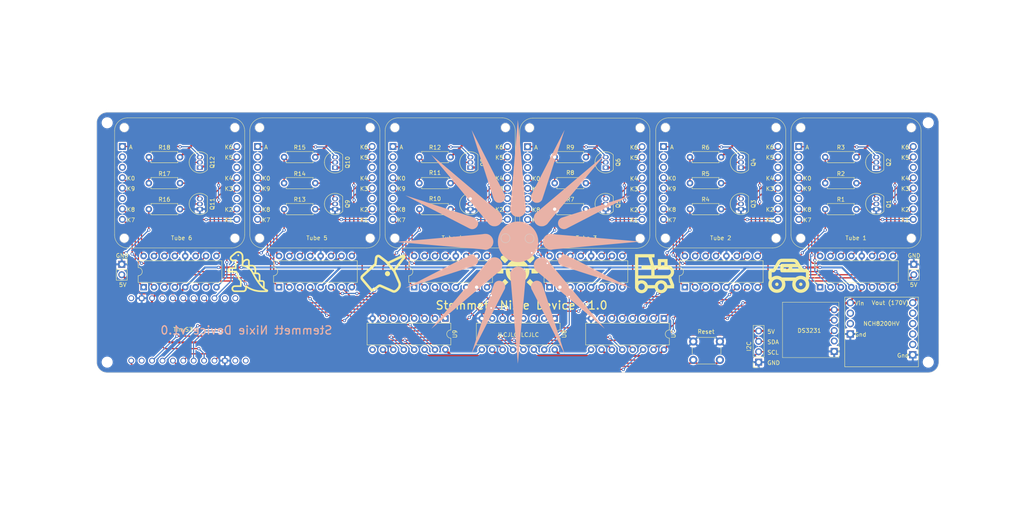
<source format=kicad_pcb>
(kicad_pcb (version 20221018) (generator pcbnew)
  (layers (0 "F.Cu" signal) (31 "B.Cu" power) (34 "B.Paste" user) (35 "F.Paste" user) (36 "B.SilkS" user "B.Silkscreen") (37 "F.SilkS" user "F.Silkscreen") (38 "B.Mask" user) (39 "F.Mask" user) (44 "Edge.Cuts" user))
  (net 0 "")
  (net 1 "+5V")
  (net 2 "GND")
  (net 3 "SCL")
  (net 4 "SDA")
  (net 5 "Net-(Q1-B)")
  (net 6 "Net-(Q1-C)")
  (net 7 "170V")
  (net 8 "Net-(Q2-B)")
  (net 9 "AOUT1")
  (net 10 "Net-(Q3-B)")
  (net 11 "Net-(Q3-C)")
  (net 12 "Net-(Q4-B)")
  (net 13 "AOUT2")
  (net 14 "Net-(Q5-B)")
  (net 15 "Net-(Q5-C)")
  (net 16 "Net-(Q6-B)")
  (net 17 "AOUT3")
  (net 18 "Net-(Q7-B)")
  (net 19 "Net-(Q7-C)")
  (net 20 "Net-(Q8-B)")
  (net 21 "AOUT4")
  (net 22 "Net-(Q9-B)")
  (net 23 "Net-(Q9-C)")
  (net 24 "Net-(Q10-B)")
  (net 25 "AOUT5")
  (net 26 "Net-(Q11-B)")
  (net 27 "Net-(Q11-C)")
  (net 28 "Net-(Q12-B)")
  (net 29 "AOUT6")
  (net 30 "AIN2")
  (net 31 "AIN3")
  (net 32 "AIN1")
  (net 33 "AIN4")
  (net 34 "AIN5")
  (net 35 "AIN6")
  (net 36 "Net-(U10-RST)")
  (net 37 "Net-(U1-~{Q9})")
  (net 38 "Net-(U1-~{Q1})")
  (net 39 "Net-(U1-~{Q2})")
  (net 40 "Net-(U1-~{Q3})")
  (net 41 "Net-(U1-~{Q4})")
  (net 42 "Net-(U1-~{Q5})")
  (net 43 "Net-(U1-~{Q6})")
  (net 44 "Net-(U1-~{Q7})")
  (net 45 "Net-(U2-~{Q9})")
  (net 46 "Net-(U2-~{Q1})")
  (net 47 "Net-(U2-~{Q2})")
  (net 48 "Net-(U2-~{Q3})")
  (net 49 "Net-(U2-~{Q4})")
  (net 50 "Net-(U2-~{Q5})")
  (net 51 "Net-(U2-~{Q6})")
  (net 52 "Net-(U2-~{Q7})")
  (net 53 "Net-(U3-~{Q9})")
  (net 54 "Net-(U3-~{Q1})")
  (net 55 "Net-(U3-~{Q2})")
  (net 56 "Net-(U3-~{Q3})")
  (net 57 "Net-(U3-~{Q4})")
  (net 58 "Net-(U3-~{Q5})")
  (net 59 "Net-(U3-~{Q6})")
  (net 60 "Net-(U3-~{Q7})")
  (net 61 "Net-(U4-~{Q9})")
  (net 62 "Net-(U4-~{Q1})")
  (net 63 "Net-(U4-~{Q2})")
  (net 64 "Net-(U4-~{Q3})")
  (net 65 "Net-(U4-~{Q4})")
  (net 66 "Net-(U4-~{Q5})")
  (net 67 "Net-(U4-~{Q6})")
  (net 68 "Net-(U4-~{Q7})")
  (net 69 "Net-(U5-~{Q9})")
  (net 70 "Net-(U5-~{Q1})")
  (net 71 "Net-(U5-~{Q2})")
  (net 72 "Net-(U5-~{Q3})")
  (net 73 "Net-(U5-~{Q4})")
  (net 74 "Net-(U5-~{Q5})")
  (net 75 "Net-(U5-~{Q6})")
  (net 76 "Net-(U5-~{Q7})")
  (net 77 "Net-(U6-~{Q9})")
  (net 78 "Net-(U6-~{Q1})")
  (net 79 "Net-(U6-~{Q2})")
  (net 80 "Net-(U6-~{Q3})")
  (net 81 "Net-(U6-~{Q4})")
  (net 82 "Net-(U6-~{Q5})")
  (net 83 "Net-(U6-~{Q6})")
  (net 84 "Net-(U6-~{Q7})")
  (net 85 "Net-(U1-~{Q8})")
  (net 86 "Net-(T1-0)")
  (net 87 "1A")
  (net 88 "1D")
  (net 89 "1B")
  (net 90 "1C")
  (net 91 "Net-(U2-~{Q8})")
  (net 92 "Net-(T2-0)")
  (net 93 "2A")
  (net 94 "2D")
  (net 95 "2B")
  (net 96 "2C")
  (net 97 "Net-(U3-~{Q8})")
  (net 98 "Net-(T3-0)")
  (net 99 "3A")
  (net 100 "3D")
  (net 101 "3B")
  (net 102 "3C")
  (net 103 "Net-(U4-~{Q8})")
  (net 104 "Net-(T4-0)")
  (net 105 "4A")
  (net 106 "4D")
  (net 107 "4B")
  (net 108 "4C")
  (net 109 "Net-(U5-~{Q8})")
  (net 110 "Net-(T5-0)")
  (net 111 "5A")
  (net 112 "5D")
  (net 113 "5B")
  (net 114 "5C")
  (net 115 "Net-(U6-~{Q8})")
  (net 116 "Net-(T6-0)")
  (net 117 "6A")
  (net 118 "6D")
  (net 119 "6B")
  (net 120 "6C")
  (net 121 "SOUT1")
  (net 122 "SCLK")
  (net 123 "RCLK")
  (net 124 "~OE")
  (net 125 "SIN")
  (net 126 "SOUT2")
  (footprint "Resistor_THT:R_Axial_DIN0207_L6.3mm_D2.5mm_P7.62mm_Horizontal" (layer "F.Cu") (at 88.9 58.42)
    (fp_text reference "R15")
    (fp_text value "100k")
  )
  (footprint "Package_TO_SOT_THT:TO-92_Inline" (layer "F.Cu") (at 68.326 60.96 90)
    (fp_text reference "Q12")
    (fp_text value "MPSA92")
  )
  (footprint "Package_DIP:DIP-16_W7.62mm" (layer "F.Cu") (at 181.61 97.79 -90)
    (fp_text reference "U7")
    (fp_text value "74HC595")
  )
  (footprint "Nixie:PL31 Socket Breakout" (layer "F.Cu") (at 96.51 64.755)
    (fp_text reference "T5" hide)
    (fp_text value "~" hide)
    (fp_circle (center -13.595064 -13.545064) (end -12.495064 -13.545064) (stroke (width 0.1)) (fill none) (layer "Edge.Cuts"))
    (fp_circle (center -13.595064 13.454936) (end -12.495064 13.454936) (stroke (width 0.1)) (fill none) (layer "Edge.Cuts"))
    (fp_circle (center 13.404936 -13.545064) (end 14.504936 -13.545064) (stroke (width 0.1)) (fill none) (layer "Edge.Cuts"))
    (fp_circle (center 13.404936 13.454936) (end 14.504936 13.454936) (stroke (width 0.1)) (fill none) (layer "Edge.Cuts"))
  )
  (footprint "LOGO" (layer "F.Cu") (at 145.85 86.233)
    (fp_text reference "G***" hide)
    (fp_text value "LOGO" hide)
  )
  (footprint "Package_DIP:DIP-16_W7.62mm" (layer "F.Cu") (at 154.94 97.79 -90)
    (fp_text reference "U8")
    (fp_text value "74HC595")
  )
  (footprint "Package_TO_SOT_THT:TO-92_Inline" (layer "F.Cu") (at 167.386 71.12 90)
    (fp_text reference "Q5")
    (fp_text value "MPSA42")
  )
  (footprint "Package_TO_SOT_THT:TO-92_Inline" (layer "F.Cu") (at 200.406 71.12 90)
    (fp_text reference "Q3")
    (fp_text value "MPSA42")
  )
  (footprint "LOGO" (layer "F.Cu") (at 113.03 86.868)
    (fp_text reference "G***" hide)
    (fp_text value "LOGO" hide)
  )
  (footprint "Package_TO_SOT_THT:TO-92_Inline" (layer "F.Cu") (at 134.366 71.12 90)
    (fp_text reference "Q7")
    (fp_text value "MPSA42")
  )
  (footprint "Package_TO_SOT_THT:TO-92_Inline" (layer "F.Cu") (at 167.386 60.96 90)
    (fp_text reference "Q6")
    (fp_text value "MPSA92")
  )
  (footprint "MountingHole:MountingHole_2.2mm_M2" (layer "F.Cu") (at 246.126 50.038)
    (fp_text reference "H2" hide)
    (fp_text value "MountingHole")
  )
  (footprint "Resistor_THT:R_Axial_DIN0207_L6.3mm_D2.5mm_P7.62mm_Horizontal" (layer "F.Cu") (at 88.9 71.12)
    (fp_text reference "R13")
    (fp_text value "10k")
  )
  (footprint "Package_TO_SOT_THT:TO-92_Inline" (layer "F.Cu") (at 68.326 71.12 90)
    (fp_text reference "Q11")
    (fp_text value "MPSA42")
  )
  (footprint "Resistor_THT:R_Axial_DIN0207_L6.3mm_D2.5mm_P7.62mm_Horizontal" (layer "F.Cu") (at 63.5 64.77 180)
    (fp_text reference "R17")
    (fp_text value "470k")
  )
  (footprint "Connector_PinSocket_2.54mm:PinSocket_1x04_P2.54mm_Vertical" (layer "F.Cu") (at 204.724 108.458 180)
    (fp_text reference "J3" hide)
    (fp_text value "Conn_01x04_Pin" hide)
  )
  (footprint "Package_DIP:DIP-16_W7.62mm" (layer "F.Cu") (at 186.705 90.16 90)
    (fp_text reference "U2" hide)
    (fp_text value "74141" hide)
  )
  (footprint "Package_DIP:DIP-16_W7.62mm" (layer "F.Cu") (at 120.65 90.17 90)
    (fp_text reference "U4" hide)
    (fp_text value "74141" hide)
  )
  (footprint "Package_TO_SOT_THT:TO-92_Inline" (layer "F.Cu") (at 200.406 60.96 90)
    (fp_text reference "Q4")
    (fp_text value "MPSA92")
  )
  (footprint "Button_Switch_THT:SW_PUSH_6mm" (layer "F.Cu") (at 188.774 103.414)
    (fp_text reference "SW1" hide)
    (fp_text value "SW_Push")
  )
  (footprint "Resistor_THT:R_Axial_DIN0207_L6.3mm_D2.5mm_P7.62mm_Horizontal" (layer "F.Cu") (at 154.94 58.42)
    (fp_text reference "R9")
    (fp_text value "100k")
  )
  (footprint "Nixie:PL31 Socket Breakout" (layer "F.Cu") (at 63.49 64.755)
    (fp_text reference "T6" hide)
    (fp_text value "~" hide)
    (fp_circle (center -13.595064 -13.545064) (end -12.495064 -13.545064) (stroke (width 0.1)) (fill none) (layer "Edge.Cuts"))
    (fp_circle (center -13.595064 13.454936) (end -12.495064 13.454936) (stroke (width 0.1)) (fill none) (layer "Edge.Cuts"))
    (fp_circle (center 13.404936 -13.545064) (end 14.504936 -13.545064) (stroke (width 0.1)) (fill none) (layer "Edge.Cuts"))
    (fp_circle (center 13.404936 13.454936) (end 14.504936 13.454936) (stroke (width 0.1)) (fill none) (layer "Edge.Cuts"))
  )
  (footprint "Package_TO_SOT_THT:TO-92_Inline" (layer "F.Cu") (at 134.366 60.96 90)
    (fp_text reference "Q8")
    (fp_text value "MPSA92")
  )
  (footprint "Nixie:DS3231 Breakout" (layer "F.Cu") (at 217.424 100.584)
    (fp_text reference "U12" hide)
    (fp_text value "~")
  )
  (footprint "Resistor_THT:R_Axial_DIN0207_L6.3mm_D2.5mm_P7.62mm_Horizontal" (layer "F.Cu") (at 154.94 71.12)
    (fp_text reference "R7")
    (fp_text value "10k")
  )
  (footprint "Package_DIP:DIP-16_W7.62mm" (layer "F.Cu") (at 153.685 90.16 90)
    (fp_text reference "U3" hide)
    (fp_text value "74141" hide)
  )
  (footprint "Connector_PinSocket_2.54mm:PinSocket_1x02_P2.54mm_Vertical" (layer "F.Cu") (at 242.595 84.582)
    (fp_text reference "J1" hide)
    (fp_text value "Conn_01x02_Pin")
  )
  (footprint "Nixie:PL31 Socket Breakout" (layer "F.Cu") (at 129.53 64.755)
    (fp_text reference "T4" hide)
    (fp_text value "~" hide)
    (fp_circle (center -13.595064 -13.545064) (end -12.495064 -13.545064) (stroke (width 0.1)) (fill none) (layer "Edge.Cuts"))
    (fp_circle (center -13.595064 13.454936) (end -12.495064 13.454936) (stroke (width 0.1)) (fill none) (layer "Edge.Cuts"))
    (fp_circle (center 13.404936 -13.545064) (end 14.504936 -13.545064) (stroke (width 0.1)) (fill none) (layer "Edge.Cuts"))
    (fp_circle (center 13.404936 13.454936) (end 14.504936 13.454936) (stroke (width 0.1)) (fill none) (layer "Edge.Cuts"))
  )
  (footprint "Package_DIP:DIP-16_W7.62mm" (layer "F.Cu") (at 54.61 90.17 90)
    (fp_text reference "U6" hide)
    (fp_text value "74141" hide)
  )
  (footprint "Resistor_THT:R_Axial_DIN0207_L6.3mm_D2.5mm_P7.62mm_Horizontal" (layer "F.Cu") (at 121.92 71.12)
    (fp_text reference "R10")
    (fp_text value "10k")
  )
  (footprint "Resistor_THT:R_Axial_DIN0207_L6.3mm_D2.5mm_P7.62mm_Horizontal" (layer "F.Cu") (at 228.6 64.77 180)
    (fp_text reference "R2")
    (fp_text value "220k")
  )
  (footprint "LOGO" (layer "F.Cu") (at 179.324 86.868)
    (fp_text reference "G***" hide)
    (fp_text value "LOGO" hide)
  )
  (footprint "Resistor_THT:R_Axial_DIN0207_L6.3mm_D2.5mm_P7.62mm_Horizontal" (layer "F.Cu") (at 55.88 71.12)
    (fp_text reference "R16")
    (fp_text value "10k")
  )
  (footprint "Resistor_THT:R_Axial_DIN0207_L6.3mm_D2.5mm_P7.62mm_Horizontal" (layer "F.Cu") (at 187.96 71.12)
    (fp_text reference "R4")
    (fp_text value "10k")
  )
  (footprint "Nixie:PL31 Socket Breakout" (layer "F.Cu") (at 228.59 64.77)
    (fp_text reference "T1" hide)
    (fp_text value "~" hide)
    (fp_circle (center -13.595064 -13.545064) (end -12.495064 -13.545064) (stroke (width 0.1)) (fill none) (layer "Edge.Cuts"))
    (fp_circle (center -13.595064 13.454936) (end -12.495064 13.454936) (stroke (width 0.1)) (fill none) (layer "Edge.Cuts"))
    (fp_circle (center 13.404936 -13.545064) (end 14.504936 -13.545064) (stroke (width 0.1)) (fill none) (layer "Edge.Cuts"))
    (fp_circle (center 13.404936 13.454936) (end 14.504936 13.454936) (stroke (width 0.1)) (fill none) (layer "Edge.Cuts"))
  )
  (footprint "MountingHole:MountingHole_2.2mm_M2" (layer "F.Cu") (at 246.126 108.458)
    (fp_text reference "H3" hide)
    (fp_text value "MountingHole")
  )
  (footprint "Package_DIP:DIP-16_W7.62mm" (layer "F.Cu") (at 87.66 90.16 90)
    (fp_text reference "U5" hide)
    (fp_text value "74141" hide)
  )
  (footprint "MountingHole:MountingHole_2.2mm_M2" (layer "F.Cu") (at 45.72 50.038)
    (fp_text reference "H1" hide)
    (fp_text value "MountingHole")
  )
  (footprint "Resistor_THT:R_Axial_DIN0207_L6.3mm_D2.5mm_P7.62mm_Horizontal" (layer "F.Cu") (at 96.52 64.77 180)
    (fp_text reference "R14")
    (fp_text value "470k")
  )
  (footprint "Nixie:PL31 Socket Breakout" (layer "F.Cu") (at 195.57 64.755)
    (fp_text reference "T2" hide)
    (fp_text value "~" hide)
    (fp_circle (center -13.595064 -13.545064) (end -12.495064 -13.545064) (stroke (width 0.1)) (fill none) (layer "Edge.Cuts"))
    (fp_circle (center -13.595064 13.454936) (end -12.495064 13.454936) (stroke (width 0.1)) (fill none) (layer "Edge.Cuts"))
    (fp_circle (center 13.404936 -13.545064) (end 14.504936 -13.545064) (stroke (width 0.1)) (fill none) (layer "Edge.Cuts"))
    (fp_circle (center 13.404936 13.454936) (end 14.504936 13.454936) (stroke (width 0.1)) (fill none) (layer "Edge.Cuts"))
  )
  (footprint "Resistor_THT:R_Axial_DIN0207_L6.3mm_D2.5mm_P7.62mm_Horizontal" (layer "F.Cu") (at 55.88 58.42)
    (fp_text reference "R18")
    (fp_text value "100k")
  )
  (footprint "LOGO" (layer "F.Cu") (at 80.01 86.36)
    (fp_text reference "G***" hide)
    (fp_text value "LOGO" hide)
  )
  (footprint "Connector_PinSocket_2.54mm:PinSocket_1x02_P2.54mm_Vertical" (layer "F.Cu") (at 49.276 84.582)
    (fp_text reference "J2" hide)
    (fp_text value "Conn_01x02_Pin" hide)
  )
  (footprint "Nixie:NCH8200HV" (layer "F.Cu") (at 234.696 101.092)
    (fp_text reference "U11" hide)
    (fp_text value "NCH8200HV")
  )
  (footprint "Resistor_THT:R_Axial_DIN0207_L6.3mm_D2.5mm_P7.62mm_Horizontal" (layer "F.Cu") (at 220.98 71.12)
    (fp_text reference "R1")
    (fp_text value "10k")
  )
  (footprint "Resistor_THT:R_Axial_DIN0207_L6.3mm_D2.5mm_P7.62mm_Horizontal" (layer "F.Cu") (at 195.58 64.77 180)
    (fp_text reference "R5")
    (fp_text value "470k")
  )
  (footprint "Package_DIP:DIP-16_W7.62mm" (layer "F.Cu") (at 219.725 90.16 90)
    (fp_text reference "U1" hide)
    (fp_text value "74141" hide)
  )
  (footprint "Package_TO_SOT_THT:TO-92_Inline" (layer "F.Cu") (at 233.438 71.12 90)
    (fp_text reference "Q1")
    (fp_text value "MPSA42")
  )
  (footprint "ESP32S3:TinyS3" (layer "F.Cu") (at 65.532 100.584 90)
    (fp_text reference "U10" hide)
    (fp_text value "TinyS3")
  )
  (footprint "Package_TO_SOT_THT:TO-92_Inline" (layer "F.Cu") (at 101.346 71.12 90)
    (fp_text reference "Q9")
    (fp_text value "MPSA42")
  )
  (footprint "Resistor_THT:R_Axial_DIN0207_L6.3mm_D2.5mm_P7.62mm_Horizontal" (layer "F.Cu") (at 220.98 58.42)
    (fp_text reference "R3")
    (fp_text value "100k")
  )
  (footprint "Resistor_THT:R_Axial_DIN0207_L6.3mm_D2.5mm_P7.62mm_Horizontal" (layer "F.Cu") (at 121.92 58.42)
    (fp_text reference "R12")
    (fp_text value "100k")
  )
  (footprint "LOGO" (layer "F.Cu") (at 212.09 87.376)
    (fp_text reference "G***" hide)
    (fp_text value "LOGO" hide)
  )
  (footprint "Package_TO_SOT_THT:TO-92_Inline" (layer "F.Cu") (at 101.346 60.96 90)
    (fp_text reference "Q10")
    (fp_text value "MPSA92")
  )
  (footprint "Resistor_THT:R_Axial_DIN0207_L6.3mm_D2.5mm_P7.62mm_Horizontal" (layer "F.Cu") (at 129.54 64.77 180)
    (fp_text reference "R11")
    (fp_text value "470k")
  )
  (footprint "Resistor_THT:R_Axial_DIN0207_L6.3mm_D2.5mm_P7.62mm_Horizontal" (layer "F.Cu") (at 187.96 58.42)
    (fp_text reference "R6")
    (fp_text value "100k")
  )
  (footprint "MountingHole:MountingHole_2.2mm_M2" (layer "F.Cu") (at 45.72 108.458)
    (fp_text reference "H4" hide)
    (fp_text value "MountingHole")
  )
  (footprint "Resistor_THT:R_Axial_DIN0207_L6.3mm_D2.5mm_P7.62mm_Horizontal" (layer "F.Cu") (at 162.56 64.77 180)
    (fp_text reference "R8")
    (fp_text value "470k")
  )
  (footprint "Package_DIP:DIP-16_W7.62mm" (layer "F.Cu") (at 128.27 97.79 -90)
    (fp_text reference "U9")
    (fp_text value "74HC595")
  )
  (footprint "Package_TO_SOT_THT:TO-92_Inline" (layer "F.Cu") (at 233.426 60.96 90)
    (fp_text reference "Q2")
    (fp_text value "MPSA92")
  )
  (footprint "Nixie:PL31 Socket Breakout" (layer "F.Cu") (at 162.401064 64.815064)
    (fp_text reference "T3" hide)
    (fp_text value "~" hide)
    (fp_circle (center -13.595064 -13.545064) (end -12.495064 -13.545064) (stroke (width 0.1)) (fill none) (layer "Edge.Cuts"))
    (fp_circle (center -13.595064 13.454936) (end -12.495064 13.454936) (stroke (width 0.1)) (fill none) (layer "Edge.Cuts"))
    (fp_circle (center 13.404936 -13.545064) (end 14.504936 -13.545064) (stroke (width 0.1)) (fill none) (layer "Edge.Cuts"))
    (fp_circle (center 13.404936 13.454936) (end 14.504936 13.454936) (stroke (width 0.1)) (fill none) (layer "Edge.Cuts"))
  )
  (footprint "LOGO" (layer "B.Cu") (at 146.05 78.994 180)
    (fp_text reference "G***" hide)
    (fp_text value "LOGO" hide)
  )
  (gr_line (start 45.72 47.498) (end 246.126 47.498) (stroke (width 0.1)) (layer "Edge.Cuts"))
  (gr_line (start 248.653394 49.785261) (end 248.666 108.458) (stroke (width 0.1)) (layer "Edge.Cuts"))
  (gr_arc (start 246.126 47.498) (mid 247.830354 48.154711) (end 248.653394 49.785261) (stroke (width 0.1)) (layer "Edge.Cuts"))
  (gr_arc (start 43.18 50.038) (mid 43.923949 48.241949) (end 45.72 47.498) (stroke (width 0.1)) (layer "Edge.Cuts"))
  (gr_arc (start 45.72 110.998) (mid 43.923949 110.254051) (end 43.18 108.458) (stroke (width 0.1)) (layer "Edge.Cuts"))
  (gr_line (start 45.72 110.998) (end 246.126 110.998) (stroke (width 0.1)) (layer "Edge.Cuts"))
  (gr_line (start 43.18 50.038) (end 43.18 108.458) (stroke (width 0.1)) (layer "Edge.Cuts"))
  (gr_arc (start 248.666 108.458) (mid 247.922051 110.254051) (end 246.126 110.998) (stroke (width 0.1)) (layer "Edge.Cuts"))
  (gr_text "Stemmett Nixie Device v1.0" (at 100.838 101.854) (layer "B.SilkS") (effects (font (size 2 2) (thickness 0.3) bold) (justify left bottom mirror)))
  (gr_text "K0\n" (at 50.440936 64.196936) (layer "F.SilkS") (effects (font (size 1 1)) (justify left bottom)))
  (gr_text "K6\n" (at 206.396936 56.576936) (layer "F.SilkS") (effects (font (size 1 1)) (justify left bottom)))
  (gr_text "Tube 6" (at 61.214 78.74) (layer "F.SilkS") (effects (font (size 1 1)) (justify left bottom)))
  (gr_text "K8" (at 50.440936 71.816936) (layer "F.SilkS") (effects (font (size 1 1)) (justify left bottom)))
  (gr_text "DS3231" (at 214.122 101.346) (layer "F.SilkS") (effects (font (size 1 1)) (justify left bottom)))
  (gr_text "5V" (at 206.756 101.6) (layer "F.SilkS") (effects (font (size 1 1)) (justify left bottom)))
  (gr_text "K3" (at 206.396936 66.736936) (layer "F.SilkS") (effects (font (size 1 1)) (justify left bottom)))
  (gr_text "K9\n" (at 215.540936 66.736936) (layer "F.SilkS") (effects (font (size 1 1)) (justify left bottom)))
  (gr_text "K1" (at 107.336936 74.356936) (layer "F.SilkS") (effects (font (size 1 1)) (justify left bottom)))
  (gr_text "K7" (at 215.540936 74.356936) (layer "F.SilkS") (effects (font (size 1 1)) (justify left bottom)))
  (gr_text "A" (at 83.968936 56.576936) (layer "F.SilkS") (effects (font (size 1 1)) (justify left bottom)))
  (gr_text "K4" (at 140.356936 64.196936) (layer "F.SilkS") (effects (font (size 1 1)) (justify left bottom)))
  (gr_text "Tube 1" (at 225.806 78.74) (layer "F.SilkS") (effects (font (size 1 1)) (justify left bottom)))
  (gr_text "K8" (at 215.540936 71.816936) (layer "F.SilkS") (effects (font (size 1 1)) (justify left bottom)))
  (gr_text "GND" (at 241.046 83.058) (layer "F.SilkS") (effects (font (size 1 1)) (justify left bottom)))
  (gr_text "K3" (at 107.336936 66.736936) (layer "F.SilkS") (effects (font (size 1 1)) (justify left bottom)))
  (gr_text "K1" (at 206.396936 74.356936) (layer "F.SilkS") (effects (font (size 1 1)) (justify left bottom)))
  (gr_text "K8" (at 83.460936 71.816936) (layer "F.SilkS") (effects (font (size 1 1)) (justify left bottom)))
  (gr_text "K7" (at 116.480936 74.356936) (layer "F.SilkS") (effects (font (size 1 1)) (justify left bottom)))
  (gr_text "K3" (at 239.416936 66.736936) (layer "F.SilkS") (effects (font (size 1 1)) (justify left bottom)))
  (gr_text "K3" (at 140.356936 66.736936) (layer "F.SilkS") (effects (font (size 1 1)) (justify left bottom)))
  (gr_text "K0\n" (at 83.460936 64.196936) (layer "F.SilkS") (effects (font (size 1 1)) (justify left bottom)))
  (gr_text "K6\n" (at 107.336936 56.576936) (layer "F.SilkS") (effects (font (size 1 1)) (justify left bottom)))
  (gr_text "K9\n" (at 83.460936 66.736936) (layer "F.SilkS") (effects (font (size 1 1)) (justify left bottom)))
  (gr_text "Stemmett Nixie Device v1.0" (at 125.73 95.758) (layer "F.SilkS") (effects (font (size 2 2) (thickness 0.3) bold) (justify left bottom)))
  (gr_text "K4" (at 74.316936 64.196936) (layer "F.SilkS") (effects (font (size 1 1)) (justify left bottom)))
  (gr_text "Tube 2" (at 192.786 78.74) (layer "F.SilkS") (effects (font (size 1 1)) (justify left bottom)))
  (gr_text "SDA" (at 206.756 104.14) (layer "F.SilkS") (effects (font (size 1 1)) (justify left bottom)))
  (gr_text "K7" (at 83.460936 74.356936) (layer "F.SilkS") (effects (font (size 1 1)) (justify left bottom)))
  (gr_text "K5\n" (at 206.396936 59.116936) (layer "F.SilkS") (effects (font (size 1 1)) (justify left bottom)))
  (gr_text "K1" (at 140.356936 74.356936) (layer "F.SilkS") (effects (font (size 1 1)) (justify left bottom)))
  (gr_text "K1" (at 74.316936 74.356936) (layer "F.SilkS") (effects (font (size 1 1)) (justify left bottom)))
  (gr_text "K5\n" (at 74.316936 59.116936) (layer "F.SilkS") (effects (font (size 1 1)) (justify left bottom)))
  (gr_text "K2" (at 239.416936 71.816936) (layer "F.SilkS") (effects (font (size 1 1)) (justify left bottom)))
  (gr_text "A" (at 116.988936 56.576936) (layer "F.SilkS") (effects (font (size 1 1)) (justify left bottom)))
  (gr_text "K9\n" (at 116.480936 66.736936) (layer "F.SilkS") (effects (font (size 1 1)) (justify left bottom)))
  (gr_text "K6\n" (at 74.316936 56.576936) (layer "F.SilkS") (effects (font (size 1 1)) (justify left bottom)))
  (gr_text "K4" (at 206.396936 64.196936) (layer "F.SilkS") (effects (font (size 1 1)) (justify left bottom)))
  (gr_text "5V" (at 241.554 90.17) (layer "F.SilkS") (effects (font (size 1 1)) (justify left bottom)))
  (gr_text "K0\n" (at 182.520936 64.196936) (layer "F.SilkS") (effects (font (size 1 1)) (justify left bottom)))
  (gr_text "K4" (at 107.336936 64.196936) (layer "F.SilkS") (effects (font (size 1 1)) (justify left bottom)))
  (gr_text "5V" (at 48.514 90.17) (layer "F.SilkS") (effects (font (size 1 1)) (justify left bottom)))
  (gr_text "K5\n" (at 140.356936 59.116936) (layer "F.SilkS") (effects (font (size 1 1)) (justify left bottom)))
  (gr_text "K2" (at 74.316936 71.816936) (layer "F.SilkS") (effects (font (size 1 1)) (justify left bottom)))
  (gr_text "K7" (at 182.520936 74.356936) (layer "F.SilkS") (effects (font (size 1 1)) (justify left bottom)))
  (gr_text "TinyS3" (at 61.722 101.092) (layer "F.SilkS") (effects (font (size 1 1)) (justify left bottom)))
  (gr_text "K5\n" (at 107.336936 59.116936) (layer "F.SilkS") (effects (font (size 1 1)) (justify left bottom)))
  (gr_text "A" (at 183.028936 56.576936) (layer "F.SilkS") (effects (font (size 1 1)) (justify left bottom)))
  (gr_text "JLCJLCJLCJLC" (at 140.716 102.362) (layer "F.SilkS") (effects (font (size 1 1)) (justify left bottom)))
  (gr_text "K6\n" (at 140.356936 56.576936) (layer "F.SilkS") (effects (font (size 1 1)) (justify left bottom)))
  (gr_text "K8" (at 182.520936 71.816936) (layer "F.SilkS") (effects (font (size 1 1)) (justify left bottom)))
  (gr_text "K3" (at 74.316936 66.736936) (layer "F.SilkS") (effects (font (size 1 1)) (justify left bottom)))
  (gr_text "K0\n" (at 116.480936 64.196936) (layer "F.SilkS") (effects (font (size 1 1)) (justify left bottom)))
  (gr_text "K2" (at 140.356936 71.816936) (layer "F.SilkS") (effects (font (size 1 1)) (justify left bottom)))
  (gr_text "GND" (at 206.756 109.22) (layer "F.SilkS") (effects (font (size 1 1)) (justify left bottom)))
  (gr_text "Tube 5" (at 94.234 78.74) (layer "F.SilkS") (effects (font (size 1 1)) (justify left bottom)))
  (gr_text "K1" (at 239.416936 74.356936) (layer "F.SilkS") (effects (font (size 1 1)) (justify left bottom)))
  (gr_text "K8" (at 116.480936 71.816936) (layer "F.SilkS") (effects (font (size 1 1)) (justify left bottom)))
  (gr_text "K7" (at 50.440936 74.356936) (layer "F.SilkS") (effects (font (size 1 1)) (justify left bottom)))
  (gr_text "A" (at 50.948936 56.576936) (layer "F.SilkS") (effects (font (size 1 1)) (justify left bottom)))
  (gr_text "K9\n" (at 182.520936 66.736936) (layer "F.SilkS") (effects (font (size 1 1)) (justify left bottom)))
  (gr_text "K2" (at 107.336936 71.816936) (layer "F.SilkS") (effects (font (size 1 1)) (justify left bottom)))
  (gr_text "K2" (at 206.396936 71.816936) (layer "F.SilkS") (effects (font (size 1 1)) (justify left bottom)))
  (gr_text "K5\n" (at 239.416936 59.116936) (layer "F.SilkS") (effects (font (size 1 1)) (justify left bottom)))
  (gr_text "K4" (at 239.416936 64.196936) (layer "F.SilkS") (effects (font (size 1 1)) (justify left bottom)))
  (gr_text "K0\n" (at 215.540936 64.196936) (layer "F.SilkS") (effects (font (size 1 1)) (justify left bottom)))
  (gr_text "Tube 4" (at 127.254 78.74) (layer "F.SilkS") (effects (font (size 1 1)) (justify left bottom)))
  (gr_text "Tube 3" (at 160.02 78.74) (layer "F.SilkS") (effects (font (size 1 1)) (justify left bottom)))
  (gr_text "K9\n" (at 50.440936 66.736936) (layer "F.SilkS") (effects (font (size 1 1)) (justify left bottom)))
  (gr_text "Reset\n" (at 189.738 101.6) (layer "F.SilkS") (effects (font (size 1 1)) (justify left bottom)))
  (gr_text "I2C" (at 202.946 105.918 90) (layer "F.SilkS") (effects (font (size 1 1)) (justify left bottom)))
  (gr_text "SCL" (at 206.756 106.68) (layer "F.SilkS") (effects (font (size 1 1)) (justify left bottom)))
  (gr_text "GND" (at 47.752 83.058) (layer "F.SilkS") (effects (font (size 1 1)) (justify left bottom)))
  (segment (start 215.222 95.674) (end 210.058 100.838) (width 0.5) (layer "F.Cu") (net 1))
  (segment (start 227.106 93.967) (end 227.106 93.511) (width 1) (layer "F.Cu") (net 1))
  (segment (start 56.642 92.888) (end 56.676 92.854) (width 0.5) (layer "F.Cu") (net 1))
  (segment (start 227.106 93.511) (end 229.885 90.732) (width 0.5) (layer "F.Cu") (net 1))
  (segment (start 156.718 106.934) (end 141.224 106.934) (width 0.5) (layer "F.Cu") (net 1))
  (segment (start 130.048 106.934) (end 114.554 106.934) (width 0.5) (layer "F.Cu") (net 1))
  (segment (start 210.058 100.838) (end 204.978 100.838) (width 0.5) (layer "F.Cu") (net 1))
  (segment (start 141.224 106.934) (end 139.7 105.41) (width 0.5) (layer "F.Cu") (net 1))
  (segment (start 181.61 105.41) (end 180.086 106.934) (width 0.5) (layer "F.Cu") (net 1))
  (segment (start 63.2472 91.6928) (end 57.8372 91.6928) (width 0.5) (layer "F.Cu") (net 1))
  (segment (start 156.464 106.934) (end 154.94 105.41) (width 0.5) (layer "F.Cu") (net 1))
  (segment (start 223.174 95.674) (end 215.222 95.674) (width 0.5) (layer "F.Cu") (net 1))
  (segment (start 141.224 106.934) (end 130.048 106.934) (width 0.5) (layer "F.Cu") (net 1))
  (segment (start 227.119 93.98) (end 235.757 93.98) (width 0.5) (layer "F.Cu") (net 1))
  (segment (start 114.554 106.934) (end 113.03 105.41) (width 0.5) (layer "F.Cu") (net 1))
  (segment (start 204.978 100.838) (end 186.182 100.838) (width 0.5) (layer "F.Cu") (net 1))
  (segment (start 130.048 106.934) (end 129.794 106.934) (width 0.5) (layer "F.Cu") (net 1))
  (segment (start 168.402 106.934) (end 167.894 106.934) (width 0.5) (layer "F.Cu") (net 1))
  (segment (start 224.457 95.674) (end 223.174 95.674) (width 0.5) (layer "F.Cu") (net 1))
  (segment (start 180.086 106.934) (end 168.402 106.934) (width 0.5) (layer "F.Cu") (net 1))
  (segment (start 167.894 106.934) (end 166.37 105.41) (width 0.5) (layer "F.Cu") (net 1))
  (segment (start 235.757 93.98) (end 242.595 87.142) (width 0.5) (layer "F.Cu") (net 1))
  (segment (start 53.8468 91.6928) (end 49.276 87.122) (width 0.5) (layer "F.Cu") (net 1))
  (segment (start 78.486 85.344) (end 72.898 85.344) (width 0.5) (layer "F.Cu") (net 1))
  (segment (start 215.9 85.344) (end 219.71 85.344) (width 0.5) (layer "F.Cu") (net 1))
  (segment (start 156.718 106.934) (end 156.464 106.934) (width 0.5) (layer "F.Cu") (net 1))
  (segment (start 64.77 90.17) (end 63.2472 91.6928) (width 0.5) (layer "F.Cu") (net 1))
  (segment (start 168.402 106.934) (end 156.718 106.934) (width 0.5) (layer "F.Cu") (net 1))
  (segment (start 226.164 93.967) (end 224.457 95.674) (width 0.5) (layer "F.Cu") (net 1))
  (segment (start 57.8372 91.6928) (end 56.676 92.854) (width 0.5) (layer "F.Cu") (net 1))
  (segment (start 227.106 93.967) (end 227.119 93.98) (width 0.5) (layer "F.Cu") (net 1))
  (segment (start 60.96 103.632) (end 56.642 99.314) (width 0.5) (layer "F.Cu") (net 1))
  (segment (start 129.794 106.934) (end 128.27 105.41) (width 0.5) (layer "F.Cu") (net 1))
  (segment (start 57.8372 91.6928) (end 53.8468 91.6928) (width 0.5) (layer "F.Cu") (net 1))
  (segment (start 227.106 93.967) (end 226.164 93.967) (width 0.5) (layer "F.Cu") (net 1))
  (segment (start 114.554 106.934) (end 88.392 106.934) (width 0.5) (layer "F.Cu") (net 1))
  (segment (start 88.392 106.934) (end 85.09 103.632) (width 0.5) (layer "F.Cu") (net 1))
  (segment (start 85.09 103.632) (end 60.96 103.632) (width 0.5) (layer "F.Cu") (net 1))
  (segment (start 186.182 100.838) (end 181.61 105.41) (width 0.5) (layer "F.Cu") (net 1))
  (segment (start 56.642 99.314) (end 56.642 92.888) (width 0.5) (layer "F.Cu") (net 1))
  (via (at 78.486 85.344) (size 0.8) (drill 0.4) (layers "F.Cu" "B.Cu") (net 1))
  (via (at 215.9 85.344) (size 0.8) (drill 0.4) (layers "F.Cu" "B.Cu") (net 1))
  (via (at 72.898 85.344) (size 0.8) (drill 0.4) (layers "F.Cu" "B.Cu") (net 1))
  (via (at 219.71 85.344) (size 0.8) (drill 0.4) (layers "F.Cu" "B.Cu") (net 1))
  (segment (start 69.596 85.344) (end 64.77 90.17) (width 0.5) (layer "B.Cu") (net 1))
  (segment (start 135.636 85.344) (end 130.81 90.17) (width 0.5) (layer "B.Cu") (net 1))
  (segment (start 72.898 85.344) (end 69.596 85.344) (width 0.5) (layer "B.Cu") (net 1))
  (segment (start 202.184 85.344) (end 215.9 85.344) (width 0.5) (layer "B.Cu") (net 1))
  (segment (start 196.865 90.16) (end 201.681 85.344) (width 0.5) (layer "B.Cu") (net 1))
  (segment (start 168.661 85.344) (end 135.89 85.344) (width 0.5) (layer "B.Cu") (net 1))
  (segment (start 135.89 85.344) (end 102.636 85.344) (width 0.5) (layer "B.Cu") (net 1))
  (segment (start 219.71 85.344) (end 225.069 85.344) (width 0.5) (layer "B.Cu") (net 1))
  (segment (start 201.681 85.344) (end 202.184 85.344) (width 0.5) (layer "B.Cu") (net 1))
  (segment (start 79.756 85.344) (end 78.486 85.344) (width 0.5) (layer "B.Cu") (net 1))
  (segment (start 168.661 85.344) (end 163.845 90.16) (width 0.5) (layer "B.Cu") (net 1))
  (segment (start 225.069 85.344) (end 229.885 90.16) (width 0.5) (layer "B.Cu") (net 1))
  (segment (start 102.636 85.344) (end 97.82 90.16) (width 0.5) (layer "B.Cu") (net 1))
  (segment (start 102.636 85.344) (end 79.756 85.344) (width 0.5) (layer "B.Cu") (net 1))
  (segment (start 202.184 85.344) (end 168.661 85.344) (width 0.5) (layer "B.Cu") (net 1))
  (segment (start 135.89 85.344) (end 135.636 85.344) (width 0.5) (layer "B.Cu") (net 1))
  (segment (start 63.136 109.474) (end 61.756 108.094) (width 0.3) (layer "F.Cu") (net 3))
  (segment (start 223.174 100.754) (end 223.096 100.754) (width 0.3) (layer "F.Cu") (net 3))
  (segment (start 223.096 100.754) (end 217.932 105.918) (width 0.3) (layer "F.Cu") (net 3))
  (segment (start 201.168 109.474) (end 63.136 109.474) (width 0.3) (layer "F.Cu") (net 3))
  (segment (start 204.724 105.918) (end 201.168 109.474) (width 0.3) (layer "F.Cu") (net 3))
  (segment (start 217.932 105.918) (end 204.724 105.918) (width 0.3) (layer "F.Cu") (net 3))
  (segment (start 70.19667 106.426) (end 65.964 106.426) (width 0.3) (layer "F.Cu") (net 4))
  (segment (start 181.102 107.95) (end 86.614 107.95) (width 0.3) (layer "F.Cu") (net 4))
  (segment (start 71.46667 105.156) (end 70.19667 106.426) (width 0.3) (layer "F.Cu") (net 4))
  (segment (start 204.978 103.378) (end 203.454 101.854) (width 0.3) (layer "F.Cu") (net 4))
  (segment (start 83.82 105.156) (end 71.46667 105.156) (width 0.3) (layer "F.Cu") (net 4))
  (segment (start 187.198 101.854) (end 181.102 107.95) (width 0.3) (layer "F.Cu") (net 4))
  (segment (start 219.032 98.214) (end 213.868 103.378) (width 0.3) (layer "F.Cu") (net 4))
  (segment (start 86.614 107.95) (end 83.82 105.156) (width 0.3) (layer "F.Cu") (net 4))
  (segment (start 223.174 98.214) (end 219.032 98.214) (width 0.3) (layer "F.Cu") (net 4))
  (segment (start 203.454 101.854) (end 187.198 101.854) (width 0.3) (layer "F.Cu") (net 4))
  (segment (start 65.964 106.426) (end 64.296 108.094) (width 0.3) (layer "F.Cu") (net 4))
  (segment (start 213.868 103.378) (end 204.978 103.378) (width 0.3) (layer "F.Cu") (net 4))
  (segment (start 228.6 71.12) (end 230.632 71.12) (width 0.25) (layer "F.Cu") (net 5))
  (segment (start 230.632 71.12) (end 231.902 69.85) (width 0.25) (layer "F.Cu") (net 5))
  (segment (start 231.902 69.85) (end 233.438 69.85) (width 0.25) (layer "F.Cu") (net 5))
  (segment (start 228.6 64.765) (end 229.87 64.765) (width 0.3) (layer "F.Cu") (net 6))
  (segment (start 229.87 64.765) (end 233.68 68.575) (width 0.3) (layer "F.Cu") (net 6))
  (segment (start 236.728 58.928) (end 236.728 56.134) (width 0.5) (layer "F.Cu") (net 7))
  (segment (start 104.648 55.626) (end 106.426 53.848) (width 0.5) (layer "F.Cu") (net 7))
  (segment (start 162.56 58.42) (end 167.132 53.848) (width 0.5) (layer "F.Cu") (net 7))
  (segment (start 167.132 53.848) (end 167.64 53.848) (width 0.5) (layer "F.Cu") (net 7))
  (segment (start 236.728 56.134) (end 239.014 53.848) (width 0.5) (layer "F.Cu") (net 7))
  (segment (start 206.502 53.848) (end 200.406 53.848) (width 0.5) (layer "F.Cu") (net 7))
  (segment (start 234.696 60.96) (end 236.728 58.928) (width 0.5) (layer "F.Cu") (net 7))
  (segment (start 243.586 53.848) (end 239.268 53.848) (width 0.5) (layer "F.Cu") (net 7))
  (segment (start 200.914 60.96) (end 201.676 60.96) (width 0.5) (layer "F.Cu") (net 7))
  (segment (start 71.628 55.88) (end 73.66 53.848) (width 0.5) (layer "F.Cu") (net 7))
  (segment (start 134.874 60.706) (end 135.128 60.96) (width 0.5) (layer "F.Cu") (net 7))
  (segment (start 233.172 53.848) (end 233.68 53.848) (width 0.5) (layer "F.Cu") (net 7))
  (segment (start 233.68 53.848) (end 206.502 53.848) (width 0.5) (layer "F.Cu") (net 7))
  (segment (start 135.128 60.96) (end 135.636 60.96) (width 0.5) (layer "F.Cu") (net 7))
  (segment (start 170.688 58.928) (end 170.688 56.388) (width 0.5) (layer "F.Cu") (net 7))
  (segment (start 201.676 60.96) (end 203.708 58.928) (width 0.5) (layer "F.Cu") (net 7))
  (segment (start 102.616 60.96) (end 104.648 58.928) (width 0.5) (layer "F.Cu") (net 7))
  (segment (start 134.112 53.848) (end 134.366 53.848) (width 0.5) (layer "F.Cu") (net 7))
  (segment (start 101.092 53.848) (end 101.6 53.848) (width 0.5) (layer "F.Cu") (net 7))
  (segment (start 168.656 60.96) (end 170.688 58.928) (width 0.5) (layer "F.Cu") (net 7))
  (segment (start 68.072 53.848) (end 101.6 53.848) (width 0.5) (layer "F.Cu") (net 7))
  (segment (start 203.708 58.928) (end 203.708 56.134) (width 0.5) (layer "F.Cu") (net 7))
  (segment (start 71.628 58.674) (end 71.628 55.88) (width 0.5) (layer "F.Cu") (net 7))
  (segment (start 233.934 60.96) (end 234.696 60.96) (width 0.5) (layer "F.Cu") (net 7))
  (segment (start 195.58 58.42) (end 200.152 53.848) (width 0.5) (layer "F.Cu") (net 7))
  (segment (start 137.668 58.928) (end 137.668 55.88) (width 0.5) (layer "F.Cu") (net 7))
  (segment (start 63.5 58.42) (end 68.072 53.848) (width 0.5) (layer "F.Cu") (net 7))
  (segment (start 200.406 53.848) (end 173.228 53.848) (width 0.5) (layer "F.Cu") (net 7))
  (segment (start 228.6 58.42) (end 233.172 53.848) (width 0.5) (layer "F.Cu") (net 7))
  (segment (start 239.268 53.848) (end 233.68 53.848) (width 0.5) (layer "F.Cu") (net 7))
  (segment (start 245.364 55.626) (end 243.586 53.848) (width 0.5) (layer "F.Cu") (net 7))
  (segment (start 205.994 53.848) (end 206.502 53.848) (width 0.5) (layer "F.Cu") (net 7))
  (segment (start 134.366 53.848) (end 106.934 53.848) (width 0.5) (layer "F.Cu") (net 7))
  (segment (start 242.3635 93.967) (end 245.364 90.9665) (width 0.5) (layer "F.Cu") (net 7))
  (segment (start 167.64 53.848) (end 134.366 53.848) (width 0.5) (layer "F.Cu") (net 7))
  (segment (start 137.668 55.88) (end 139.7 53.848) (width 0.5) (layer "F.Cu") (net 7))
  (segment (start 106.426 53.848) (end 106.934 53.848) (width 0.5) (layer "F.Cu") (net 7))
  (segment (start 200.152 53.848) (end 200.406 53.848) (width 0.5) (layer "F.Cu") (net 7))
  (segment (start 135.636 60.96) (end 137.668 58.928) (width 0.5) (layer "F.Cu") (net 7))
  (segment (start 69.596 60.706) (end 71.628 58.674) (width 0.5) (layer "F.Cu") (net 7))
  (segment (start 245.364 90.9665) (end 245.364 55.626) (width 0.5) (layer "F.Cu") (net 7))
  (segment (start 96.52 58.42) (end 101.092 53.848) (width 0.5) (layer "F.Cu") (net 7))
  (segment (start 239.014 53.848) (end 239.268 53.848) (width 0.5) (layer "F.Cu") (net 7))
  (segment (start 129.54 58.42) (end 134.112 53.848) (width 0.5) (layer "F.Cu") (net 7))
  (segment (start 168.148 60.96) (end 168.656 60.96) (width 0.5) (layer "F.Cu") (net 7))
  (segment (start 170.688 56.388) (end 173.228 53.848) (width 0.5) (layer "F.Cu") (net 7))
  (segment (start 101.6 53.848) (end 106.934 53.848) (width 0.5) (layer "F.Cu") (net 7))
  (segment (start 242.346 93.967) (end 242.3635 93.967) (width 0.5) (layer "F.Cu") (net 7))
  (segment (start 68.834 60.706) (end 69.596 60.706) (width 0.5) (layer "F.Cu") (net 7))
  (segment (start 104.648 58.928) (end 104.648 55.626) (width 0.5) (layer "F.Cu") (net 7))
  (segment (start 203.708 56.134) (end 205.994 53.848) (width 0.5) (layer "F.Cu") (net 7))
  (segment (start 101.346 60.96) (end 102.616 60.96) (width 0.5) (layer "F.Cu") (net 7))
  (segment (start 173.228 53.848) (end 167.64 53.848) (width 0.5) (layer "F.Cu") (net 7))
  (segment (start 220.98 64.765) (end 220.98 58.415) (width 0.3) (layer "F.Cu") (net 8))
  (segment (start 231.14 59.69) (end 233.426 59.69) (width 0.3) (layer "F.Cu") (net 8))
  (segment (start 223.52 60.955) (end 229.875 60.955) (width 0.3) (layer "F.Cu") (net 8))
  (segment (start 220.98 58.415) (end 223.52 60.955) (width 0.3) (layer "F.Cu") (net 8))
  (segment (start 229.875 60.955) (end 231.14 59.69) (width 0.3) (layer "F.Cu") (net 8))
  (segment (start 228.6 55.88) (end 214.585 55.88) (width 0.3) (layer "F.Cu") (net 9))
  (via (at 228.660064 55.940064) (size 0.8) (drill 0.4) (layers "F.Cu" "B.Cu") (net 9))
  (segment (start 233.740064 58.480064) (end 231.200064 55.940064) (width 0.3) (layer "B.Cu") (net 9))
  (segment (start 231.200064 55.940064) (end 228.660064 55.940064) (width 0.3) (layer "B.Cu") (net 9))
  (segment (start 197.5535 71.115) (end 198.8185 69.85) (width 0.3) (layer "F.Cu") (net 10))
  (segment (start 198.8185 69.85) (end 200.406 69.85) (width 0.3) (layer "F.Cu") (net 10))
  (segment (start 195.58 71.115) (end 197.5535 71.115) (width 0.3) (layer "F.Cu") (net 10))
  (segment (start 196.85 64.765) (end 200.66 68.575) (width 0.3) (layer "F.Cu") (net 11))
  (segment (start 195.58 64.765) (end 196.85 64.765) (width 0.3) (layer "F.Cu") (net 11))
  (segment (start 187.96 58.415) (end 190.5 60.955) (width 0.3) (layer "F.Cu") (net 12))
  (segment (start 196.855 60.955) (end 198.12 59.69) (width 0.3) (layer "F.Cu") (net 12))
  (segment (start 187.96 64.765) (end 187.96 58.415) (width 0.3) (layer "F.Cu") (net 12))
  (segment (start 190.5 60.955) (end 196.855 60.955) (width 0.3) (layer "F.Cu") (net 12))
  (segment (start 198.12 59.69) (end 200.406 59.69) (width 0.3) (layer "F.Cu") (net 12))
  (segment (start 195.58 55.88) (end 181.565 55.88) (width 0.3) (layer "F.Cu") (net 13))
  (via (at 195.640064 55.940064) (size 0.8) (drill 0.4) (layers "F.Cu" "B.Cu") (net 13))
  (segment (start 200.720064 58.480064) (end 198.180064 55.940064) (width 0.3) (layer "B.Cu") (net 13))
  (segment (start 198.180064 55.940064) (end 195.640064 55.940064) (width 0.3) (layer "B.Cu") (net 13))
  (segment (start 162.56 71.12) (end 164.592 71.12) (width 0.3) (layer "F.Cu") (net 14))
  (segment (start 165.862 69.85) (end 167.386 69.85) (width 0.3) (layer "F.Cu") (net 14))
  (segment (start 164.592 71.12) (end 165.862 69.85) (width 0.3) (layer "F.Cu") (net 14))
  (segment (start 167.386 68.326) (end 167.386 68.58) (width 0.3) (layer "F.Cu") (net 15))
  (segment (start 163.83 64.77) (end 167.386 68.326) (width 0.3) (layer "F.Cu") (net 15))
  (segment (start 162.56 64.77) (end 163.83 64.77) (width 0.3) (layer "F.Cu") (net 15))
  (segment (start 163.83 60.96) (end 165.1 59.69) (width 0.3) (layer "F.Cu") (net 16))
  (segment (start 165.1 59.69) (end 167.386 59.69) (width 0.3) (layer "F.Cu") (net 16))
  (segment (start 154.94 64.77) (end 154.94 58.42) (width 0.3) (layer "F.Cu") (net 16))
  (segment (start 154.94 58.42) (end 157.48 60.96) (width 0.3) (layer "F.Cu") (net 16))
  (segment (start 157.48 60.96) (end 163.83 60.96) (width 0.3) (layer "F.Cu") (net 16))
  (segment (start 162.56 55.88) (end 148.545 55.88) (width 0.3) (layer "F.Cu") (net 17))
  (via (at 162.620064 55.940064) (size 0.8) (drill 0.4) (layers "F.Cu" "B.Cu") (net 17))
  (segment (start 167.700064 58.480064) (end 165.160064 55.940064) (width 0.3) (layer "B.Cu") (net 17))
  (segment (start 165.160064 55.940064) (end 162.620064 55.940064) (width 0.3) (layer "B.Cu") (net 17))
  (segment (start 131.577 71.115) (end 132.842 69.85) (width 0.3) (layer "F.Cu") (net 18))
  (segment (start 132.842 69.85) (end 134.366 69.85) (width 0.3) (layer "F.Cu") (net 18))
  (segment (start 129.54 71.115) (end 131.577 71.115) (width 0.3) (layer "F.Cu") (net 18))
  (segment (start 130.81 64.765) (end 134.62 68.575) (width 0.3) (layer "F.Cu") (net 19))
  (segment (start 129.54 64.765) (end 130.81 64.765) (width 0.3) (layer "F.Cu") (net 19))
  (segment (start 132.01525 59.69) (end 134.366 59.69) (width 0.3) (layer "F.Cu") (net 20))
  (segment (start 121.92 58.415) (end 124.46 60.955) (width 0.3) (layer "F.Cu") (net 20))
  (segment (start 121.92 64.765) (end 121.92 58.415) (width 0.3) (layer "F.Cu") (net 20))
  (segment (start 130.75025 60.955) (end 132.01525 59.69) (width 0.3) (layer "F.Cu") (net 20))
  (segment (start 124.46 60.955) (end 130.75025 60.955) (width 0.3) (layer "F.Cu") (net 20))
  (segment (start 129.54 55.88) (end 115.525 55.88) (width 0.3) (layer "F.Cu") (net 21))
  (via (at 129.600064 55.940064) (size 0.8) (drill 0.4) (layers "F.Cu" "B.Cu") (net 21))
  (segment (start 134.680064 58.480064) (end 132.140064 55.940064) (width 0.3) (layer "B.Cu") (net 21))
  (segment (start 132.140064 55.940064) (end 129.600064 55.940064) (width 0.3) (layer "B.Cu") (net 21))
  (segment (start 99.822 69.85) (end 101.346 69.85) (width 0.3) (layer "F.Cu") (net 22))
  (segment (start 98.557 71.115) (end 99.822 69.85) (width 0.3) (layer "F.Cu") (net 22))
  (segment (start 96.52 71.115) (end 98.557 71.115) (width 0.3) (layer "F.Cu") (net 22))
  (segment (start 96.52 64.765) (end 97.79 64.765) (width 0.3) (layer "F.Cu") (net 23))
  (segment (start 97.79 64.765) (end 101.6 68.575) (width 0.3) (layer "F.Cu") (net 23))
  (segment (start 88.9 58.415) (end 91.44 60.955) (width 0.3) (layer "F.Cu") (net 24))
  (segment (start 88.9 64.765) (end 88.9 58.415) (width 0.3) (layer "F.Cu") (net 24))
  (segment (start 91.44 60.955) (end 97.795 60.955) (width 0.3) (layer "F.Cu") (net 24))
  (segment (start 99.06 59.69) (end 101.346 59.69) (width 0.3) (layer "F.Cu") (net 24))
  (segment (start 97.795 60.955) (end 99.06 59.69) (width 0.3) (layer "F.Cu") (net 24))
  (segment (start 96.52 55.88) (end 82.505 55.88) (width 0.3) (layer "F.Cu") (net 25))
  (via (at 96.580064 55.940064) (size 0.8) (drill 0.4) (layers "F.Cu" "B.Cu") (net 25))
  (segment (start 99.120064 55.940064) (end 96.580064 55.940064) (width 0.3) (layer "B.Cu") (net 25))
  (segment (start 101.660064 58.480064) (end 99.120064 55.940064) (width 0.3) (layer "B.Cu") (net 25))
  (segment (start 63.5 71.115) (end 65.59925 71.115) (width 0.3) (layer "F.Cu") (net 26))
  (segment (start 65.59925 71.115) (end 66.86425 69.85) (width 0.3) (layer "F.Cu") (net 26))
  (segment (start 66.86425 69.85) (end 68.326 69.85) (width 0.3) (layer "F.Cu") (net 26))
  (segment (start 64.77 64.765) (end 68.58 68.575) (width 0.3) (layer "F.Cu") (net 27))
  (segment (start 63.5 64.765) (end 64.77 64.765) (width 0.3) (layer "F.Cu") (net 27))
  (segment (start 66.0375 59.69) (end 68.326 59.69) (width 0.3) (layer "F.Cu") (net 28))
  (segment (start 55.88 58.415) (end 58.42 60.955) (width 0.3) (layer "F.Cu") (net 28))
  (segment (start 55.88 64.765) (end 55.88 58.415) (width 0.3) (layer "F.Cu") (net 28))
  (segment (start 64.7725 60.955) (end 66.0375 59.69) (width 0.3) (layer "F.Cu") (net 28))
  (segment (start 58.42 60.955) (end 64.7725 60.955) (width 0.3) (layer "F.Cu") (net 28))
  (segment (start 63.5 55.88) (end 63.439936 55.819936) (width 0.3) (layer "F.Cu") (net 29))
  (segment (start 63.439936 55.819936) (end 49.424936 55.819936) (width 0.3) (layer "F.Cu") (net 29))
  (via (at 63.5 55.88) (size 0.8) (drill 0.4) (layers "F.Cu" "B.Cu") (net 29))
  (segment (start 68.326 58.42) (end 68.326 58.166) (width 0.3) (layer "B.Cu") (net 29))
  (segment (start 66.04 55.88) (end 63.5 55.88) (width 0.3) (layer "B.Cu") (net 29))
  (segment (start 68.326 58.166) (end 66.04 55.88) (width 0.3) (layer "B.Cu") (net 29))
  (segment (start 64.406 92.854) (end 64.296 92.854) (width 0.3) (layer "F.Cu") (net 30))
  (segment (start 182.372 83.312) (end 173.99 91.694) (width 0.3) (layer "F.Cu") (net 30))
  (segment (start 82.189585 97.028) (end 68.58 97.028) (width 0.3) (layer "F.Cu") (net 30))
  (segment (start 134.874 100.076) (end 134.124 100.826) (width 0.3) (layer "F.Cu") (net 30))
  (segment (start 134.124 100.826) (end 95.492 100.826) (width 0.3) (layer "F.Cu") (net 30))
  (segment (start 158.597414 100.076) (end 134.874 100.076) (width 0.3) (layer "F.Cu") (net 30))
  (segment (start 162.407414 96.266) (end 158.597414 100.076) (width 0.3) (layer "F.Cu") (net 30))
  (segment (start 95.492 100.826) (end 93.218 98.552) (width 0.3) (layer "F.Cu") (net 30))
  (segment (start 182.372 81.788) (end 182.372 83.312) (width 0.3) (layer "F.Cu") (net 30))
  (segment (start 187.96 71.115) (end 187.96 76.2) (width 0.3) (layer "F.Cu") (net 30))
  (segment (start 68.58 97.028) (end 64.406 92.854) (width 0.3) (layer "F.Cu") (net 30))
  (segment (start 93.218 98.552) (end 83.713585 98.552) (width 0.3) (layer "F.Cu") (net 30))
  (segment (start 173.99 91.694) (end 169.926 91.694) (width 0.3) (layer "F.Cu") (net 30))
  (segment (start 83.713585 98.552) (end 82.189585 97.028) (width 0.3) (layer "F.Cu") (net 30))
  (segment (start 169.926 91.694) (end 165.354 96.266) (width 0.3) (layer "F.Cu") (net 30))
  (segment (start 165.354 96.266) (end 162.407414 96.266) (width 0.3) (layer "F.Cu") (net 30))
  (via (at 182.372 81.788) (size 0.8) (drill 0.4) (layers "F.Cu" "B.Cu") (net 30))
  (via (at 187.96 76.2) (size 0.8) (drill 0.4) (layers "F.Cu" "B.Cu") (net 30))
  (segment (start 182.372 81.788) (end 187.96 76.2) (width 0.3) (layer "B.Cu") (net 30))
  (segment (start 96.8375 99.568) (end 95.0595 97.79) (width 0.3) (layer "F.Cu") (net 31))
  (segment (start 84.582 97.79) (end 82.55 95.758) (width 0.3) (layer "F.Cu") (net 31))
  (segment (start 146.05 85.09) (end 149.352 81.788) (width 0.3) (layer "F.Cu") (net 31))
  (segment (start 146.05 88.646) (end 146.05 85.09) (width 0.3) (layer "F.Cu") (net 31))
  (segment (start 142.494 92.202) (end 146.05 88.646) (width 0.3) (layer "F.Cu") (net 31))
  (segment (start 134.112 97.536) (end 131.572 100.076) (width 0.3) (layer "F.Cu") (net 31))
  (segment (start 131.572 100.076) (end 105.918 100.076) (width 0.3) (layer "F.Cu") (net 31))
  (segment (start 82.55 95.758) (end 69.85 95.758) (width 0.3) (layer "F.Cu") (net 31))
  (segment (start 105.918 100.076) (end 105.41 99.568) (width 0.3) (layer "F.Cu") (net 31))
  (segment (start 105.41 99.568) (end 96.8375 99.568) (width 0.3) (layer "F.Cu") (net 31))
  (segment (start 69.85 95.758) (end 66.946 92.854) (width 0.3) (layer "F.Cu") (net 31))
  (segment (start 95.0595 97.79) (end 84.582 97.79) (width 0.3) (layer "F.Cu") (net 31))
  (segment (start 66.946 92.854) (end 66.836 92.854) (width 0.3) (layer "F.Cu") (net 31))
  (segment (start 154.94 71.12) (end 154.94 76.2) (width 0.3) (layer "F.Cu") (net 31))
  (segment (start 139.446 92.202) (end 142.494 92.202) (width 0.3) (layer "F.Cu") (net 31))
  (via (at 134.112 97.536) (size 0.8) (drill 0.4) (layers "F.Cu" "B.Cu") (net 31))
  (via (at 154.94 76.2) (size 0.8) (drill 0.4) (layers "F.Cu" "B.Cu") (net 31))
  (via (at 139.446 92.202) (size 0.8) (drill 0.4) (layers "F.Cu" "B.Cu") (net 31))
  (via (at 149.352 81.788) (size 0.8) (drill 0.4) (layers "F.Cu" "B.Cu") (net 31))
  (segment (start 139.446 92.202) (end 134.112 97.536) (width 0.3) (layer "B.Cu") (net 31))
  (segment (start 149.352 81.788) (end 154.94 76.2) (width 0.3) (layer "B.Cu") (net 31))
  (segment (start 105.41 102.108) (end 94.234 102.108) (width 0.3) (layer "F.Cu") (net 32))
  (segment (start 82.804 99.314) (end 81.788 98.298) (width 0.3) (layer "F.Cu") (net 32))
  (segment (start 67.31 98.298) (end 61.866 92.854) (width 0.3) (layer "F.Cu") (net 32))
  (segment (start 215.265 82.042) (end 215.392 82.042) (width 0.3) (layer "F.Cu") (net 32))
  (segment (start 81.788 98.298) (end 67.31 98.298) (width 0.3) (layer "F.Cu") (net 32))
  (segment (start 105.918 101.6) (end 105.41 102.108) (width 0.3) (layer "F.Cu") (net 32))
  (segment (start 197.104 97.7775) (end 197.079 97.7525) (width 0.3) (layer "F.Cu") (net 32))
  (segment (start 134.430198 101.6) (end 105.918 101.6) (width 0.3) (layer "F.Cu") (net 32))
  (segment (start 220.98 71.115) (end 220.98 76.2) (width 0.3) (layer "F.Cu") (net 32))
  (segment (start 197.079 97.7525) (end 185.4575 97.7525) (width 0.3) (layer "F.Cu") (net 32))
  (segment (start 203.327 93.98) (end 215.265 82.042) (width 0.3) (layer "F.Cu") (net 32))
  (segment (start 94.234 102.108) (end 91.44 99.314) (width 0.3) (layer "F.Cu") (net 32))
  (segment (start 185.4575 97.7525) (end 182.372 100.838) (width 0.3) (layer "F.Cu") (net 32))
  (segment (start 200.914 93.98) (end 203.327 93.98) (width 0.3) (layer "F.Cu") (net 32))
  (segment (start 182.372 100.838) (end 135.192198 100.838) (width 0.3) (layer "F.Cu") (net 32))
  (segment (start 61.866 92.854) (end 61.756 92.854) (width 0.3) (layer "F.Cu") (net 32))
  (segment (start 135.192198 100.838) (end 134.430198 101.6) (width 0.3) (layer "F.Cu") (net 32))
  (segment (start 91.44 99.314) (end 82.804 99.314) (width 0.3) (layer "F.Cu") (net 32))
  (via (at 200.914 93.98) (size 0.8) (drill 0.4) (layers "F.Cu" "B.Cu") (net 32))
  (via (at 215.392 81.788) (size 0.8) (drill 0.4) (layers "F.Cu" "B.Cu") (net 32))
  (via (at 197.104 97.7775) (size 0.8) (drill 0.4) (layers "F.Cu" "B.Cu") (net 32))
  (via (at 220.98 76.2) (size 0.8) (drill 0.4) (layers "F.Cu" "B.Cu") (net 32))
  (segment (start 197.1165 97.7775) (end 200.914 93.98) (width 0.3) (layer "B.Cu") (net 32))
  (segment (start 197.104 97.7775) (end 197.1165 97.7775) (width 0.3) (layer "B.Cu") (net 32))
  (segment (start 215.392 81.788) (end 220.98 76.2) (width 0.3) (layer "B.Cu") (net 32))
  (segment (start 85.471 97.028) (end 82.931 94.488) (width 0.3) (layer "F.Cu") (net 33))
  (segment (start 110.998 90.932) (end 113.03 88.9) (width 0.3) (layer "F.Cu") (net 33))
  (segment (start 113.03 88.9) (end 113.03 85.09) (width 0.3) (layer "F.Cu") (net 33))
  (segment (start 71.01 94.488) (end 69.376 92.854) (width 0.3) (layer "F.Cu") (net 33))
  (segment (start 82.931 94.488) (end 71.01 94.488) (width 0.3) (layer "F.Cu") (net 33))
  (segment (start 96.774 97.028) (end 85.471 97.028) (width 0.3) (layer "F.Cu") (net 33))
  (segment (start 98.044 98.298) (end 96.774 97.028) (width 0.3) (layer "F.Cu") (net 33))
  (segment (start 121.92 71.115) (end 121.92 76.2) (width 0.3) (layer "F.Cu") (net 33))
  (segment (start 113.03 85.09) (end 116.332 81.788) (width 0.3) (layer "F.Cu") (net 33))
  (segment (start 103.632 98.298) (end 98.044 98.298) (width 0.3) (layer "F.Cu") (net 33))
  (via (at 103.632 98.298) (size 0.8) (drill 0.4) (layers "F.Cu" "B.Cu") (net 33))
  (via (at 116.332 81.788) (size 0.8) (drill 0.4) (layers "F.Cu" "B.Cu") (net 33))
  (via (at 121.92 76.2) (size 0.8) (drill 0.4) (layers "F.Cu" "B.Cu") (net 33))
  (via (at 110.998 90.932) (size 0.8) (drill 0.4) (layers "F.Cu" "B.Cu") (net 33))
  (segment (start 110.998 90.932) (end 103.632 98.298) (width 0.3) (layer "B.Cu") (net 33))
  (segment (start 116.332 81.788) (end 121.92 76.2) (width 0.3) (layer "B.Cu") (net 33))
  (segment (start 80.01 84.074) (end 82.296 81.788) (width 0.3) (layer "F.Cu") (net 34))
  (segment (start 76.962 84.074) (end 80.01 84.074) (width 0.3) (layer "F.Cu") (net 34))
  (segment (start 82.296 81.788) (end 83.312 81.788) (width 0.3) (layer "F.Cu") (net 34))
  (segment (start 88.9 71.115) (end 88.9 76.2) (width 0.3) (layer "F.Cu") (net 34))
  (via (at 76.962 84.074) (size 0.8) (drill 0.4) (layers "F.Cu" "B.Cu") (net 34))
  (via (at 83.312 81.788) (size 0.8) (drill 0.4) (layers "F.Cu" "B.Cu") (net 34))
  (via (at 88.9 76.2) (size 0.8) (drill 0.4) (layers "F.Cu" "B.Cu") (net 34))
  (segment (start 76.962 84.074) (end 75.946 85.09) (width 0.3) (layer "B.Cu") (net 34))
  (segment (start 75.946 88.646) (end 71.916 92.676) (width 0.3) (layer "B.Cu") (net 34))
  (segment (start 75.946 85.09) (end 75.946 88.646) (width 0.3) (layer "B.Cu") (net 34))
  (segment (start 83.312 81.788) (end 88.9 76.2) (width 0.3) (layer "B.Cu") (net 34))
  (segment (start 50.292 95.758) (end 50.292 91.948) (width 0.3) (layer "F.Cu") (net 35))
  (segment (start 50.292 91.948) (end 46.99 88.646) (width 0.3) (layer "F.Cu") (net 35))
  (segment (start 46.99 83.058) (end 48.26 81.788) (width 0.3) (layer "F.Cu") (net 35))
  (segment (start 55.88 71.115) (end 55.88 76.2) (width 0.3) (layer "F.Cu") (net 35))
  (segment (start 68.072 105.156) (end 59.69 105.156) (width 0.3) (layer "F.Cu") (net 35))
  (segment (start 48.26 81.788) (end 50.292 81.788) (width 0.3) (layer "F.Cu") (net 35))
  (segment (start 46.99 88.646) (end 46.99 83.058) (width 0.3) (layer "F.Cu") (net 35))
  (segment (start 59.69 105.156) (end 50.292 95.758) (width 0.3) (layer "F.Cu") (net 35))
  (via (at 68.072 105.156) (size 0.8) (drill 0.4) (layers "F.Cu" "B.Cu") (net 35))
  (via (at 50.292 81.788) (size 0.8) (drill 0.4) (layers "F.Cu" "B.Cu") (net 35))
  (via (at 55.88 76.2) (size 0.8) (drill 0.4) (layers "F.Cu" "B.Cu") (net 35))
  (segment (start 50.292 81.788) (end 55.88 76.2) (width 0.3) (layer "B.Cu") (net 35))
  (segment (start 68.072 105.156) (end 69.376 106.46) (width 0.3) (layer "B.Cu") (net 35))
  (segment (start 69.376 106.46) (end 69.376 108.094) (width 0.3) (layer "B.Cu") (net 35))
  (segment (start 73.584 106.426) (end 82.55 106.426) (width 0.3) (layer "F.Cu") (net 36))
  (segment (start 194.31 108.712) (end 194.476 108.712) (width 0.3) (layer "F.Cu") (net 36))
  (segment (start 71.916 108.094) (end 73.584 106.426) (width 0.3) (layer "F.Cu") (net 36))
  (segment (start 194.31 108.712) (end 194.642 108.712) (width 0.3) (layer "F.Cu") (net 36))
  (segment (start 82.55 106.426) (end 84.836 108.712) (width 0.3) (layer "F.Cu") (net 36))
  (segment (start 194.476 108.712) (end 195.274 107.914) (width 0.3) (layer "F.Cu") (net 36))
  (segment (start 84.836 108.712) (end 194.31 108.712) (width 0.3) (layer "F.Cu") (net 36))
  (segment (start 194.642 108.712) (end 194.968 108.386) (width 0.3) (layer "F.Cu") (net 36))
  (segment (start 218.44 69.89) (end 214.524936 65.974936) (width 0.3) (layer "F.Cu") (net 37))
  (segment (start 218.44 83.566) (end 218.44 69.89) (width 0.3) (layer "F.Cu") (net 37))
  (via (at 218.44 83.566) (size 0.8) (drill 0.4) (layers "F.Cu" "B.Cu") (net 37))
  (segment (start 218.44 83.566) (end 218.44 86.335) (width 0.3) (layer "B.Cu") (net 37))
  (segment (start 218.44 86.335) (end 222.265 90.16) (width 0.3) (layer "B.Cu") (net 37))
  (segment (start 231.145 73.655) (end 222.265 82.535) (width 0.3) (layer "F.Cu") (net 38))
  (segment (start 234.95 73.655) (end 231.145 73.655) (width 0.3) (layer "F.Cu") (net 38))
  (via (at 234.95 73.655) (size 0.8) (drill 0.4) (layers "F.Cu" "B.Cu") (net 38))
  (segment (start 242.404872 73.655) (end 242.464936 73.594936) (width 0.3) (layer "B.Cu") (net 38))
  (segment (start 234.95 73.655) (end 242.404872 73.655) (width 0.3) (layer "B.Cu") (net 38))
  (segment (start 240.03 87.63) (end 237.505 90.155) (width 0.3) (layer "F.Cu") (net 39))
  (segment (start 240.03 73.489872) (end 240.03 87.63) (width 0.3) (layer "F.Cu") (net 39))
  (segment (start 242.464936 71.054936) (end 240.03 73.489872) (width 0.3) (layer "F.Cu") (net 39))
  (segment (start 239.014 81.021) (end 239.014 69.592396) (width 0.3) (layer "F.Cu") (net 40))
  (segment (start 237.505 82.535) (end 237.505 82.53) (width 0.3) (layer "F.Cu") (net 40))
  (segment (start 242.464936 66.14146) (end 242.464936 65.974936) (width 0.3) (layer "F.Cu") (net 40))
  (segment (start 239.014 69.592396) (end 242.464936 66.14146) (width 0.3) (layer "F.Cu") (net 40))
  (segment (start 237.505 82.53) (end 239.014 81.021) (width 0.3) (layer "F.Cu") (net 40))
  (segment (start 231.145 78.735) (end 233.68 78.735) (width 0.3) (layer "F.Cu") (net 41))
  (segment (start 233.68 78.735) (end 236.982 75.433) (width 0.3) (layer "F.Cu") (net 41))
  (segment (start 236.982 75.433) (end 236.982 68.917872) (width 0.3) (layer "F.Cu") (net 41))
  (segment (start 227.345 82.535) (end 231.145 78.735) (width 0.3) (layer "F.Cu") (net 41))
  (segment (start 236.982 68.917872) (end 242.464936 63.434936) (width 0.3) (layer "F.Cu") (net 41))
  (segment (start 231.145 76.195) (end 224.805 82.535) (width 0.3) (layer "F.Cu") (net 42))
  (segment (start 233.943305 76.195) (end 231.145 76.195) (width 0.3) (layer "F.Cu") (net 42))
  (segment (start 235.966 68.365661) (end 235.966 74.172305) (width 0.3) (layer "F.Cu") (net 42))
  (segment (start 239.522 61.297872) (end 239.522 64.809661) (width 0.3) (layer "F.Cu") (net 42))
  (segment (start 239.522 64.809661) (end 235.966 68.365661) (width 0.3) (layer "F.Cu") (net 42))
  (segment (start 242.464936 58.354936) (end 239.522 61.297872) (width 0.3) (layer "F.Cu") (net 42))
  (segment (start 235.966 74.172305) (end 233.943305 76.195) (width 0.3) (layer "F.Cu") (net 42))
  (segment (start 237.998 65.273706) (end 237.998 60.281872) (width 0.3) (layer "F.Cu") (net 43))
  (segment (start 237.998 76.962) (end 232.425 82.535) (width 0.3) (layer "F.Cu") (net 43))
  (segment (start 237.998 60.281872) (end 242.464936 55.814936) (width 0.3) (layer "F.Cu") (net 43))
  (segment (start 237.995853 65.275853) (end 237.998 65.273706) (width 0.3) (layer "F.Cu") (net 43))
  (segment (start 237.998 69.337) (end 237.998 76.962) (width 0.3) (layer "F.Cu") (net 43))
  (via (at 237.998 69.337) (size 0.8) (drill 0.4) (layers "F.Cu" "B.Cu") (net 43))
  (via (at 237.995853 65.275853) (size 0.8) (drill 0.4) (layers "F.Cu" "B.Cu") (net 43))
  (segment (start 237.995853 65.275853) (end 237.998 65.278) (width 0.3) (layer "B.Cu") (net 43))
  (segment (start 237.998 65.278) (end 237.998 69.337) (width 0.3) (layer "B.Cu") (net 43))
  (segment (start 217.927 84.323) (end 233.177 84.323) (width 0.3) (layer "F.Cu") (net 44))
  (segment (start 216.916 75.986) (end 216.916 83.312) (width 0.3) (layer "F.Cu") (net 44))
  (segment (start 214.524936 73.594936) (end 216.916 75.986) (width 0.3) (layer "F.Cu") (net 44))
  (segment (start 233.177 84.323) (end 234.965 82.535) (width 0.3) (layer "F.Cu") (net 44))
  (segment (start 216.916 83.312) (end 217.927 84.323) (width 0.3) (layer "F.Cu") (net 44))
  (segment (start 189.245 90.155) (end 185.42 86.33) (width 0.3) (layer "F.Cu") (net 45))
  (segment (start 185.42 86.33) (end 185.42 69.89) (width 0.3) (layer "F.Cu") (net 45))
  (segment (start 185.42 69.89) (end 181.504936 65.974936) (width 0.3) (layer "F.Cu") (net 45))
  (segment (start 198.125 73.655) (end 189.245 82.535) (width 0.3) (layer "F.Cu") (net 46))
  (segment (start 201.93 73.655) (end 198.125 73.655) (width 0.3) (layer "F.Cu") (net 46))
  (via (at 201.93 73.655) (size 0.8) (drill 0.4) (layers "F.Cu" "B.Cu") (net 46))
  (segment (start 209.384872 73.655) (end 209.444936 73.594936) (width 0.3) (layer "B.Cu") (net 46))
  (segment (start 201.93 73.655) (end 209.384872 73.655) (width 0.3) (layer "B.Cu") (net 46))
  (segment (start 207.01 87.63) (end 204.485 90.155) (width 0.3) (layer "F.Cu") (net 47))
  (segment (start 207.01 73.489872) (end 207.01 87.63) (width 0.3) (layer "F.Cu") (net 47))
  (segment (start 209.444936 71.054936) (end 207.01 73.489872) (width 0.3) (layer "F.Cu") (net 47))
  (segment (start 205.994 81.021) (end 205.994 69.592396) (width 0.3) (layer "F.Cu") (net 48))
  (segment (start 204.485 82.53) (end 205.994 81.021) (width 0.3) (layer "F.Cu") (net 48))
  (segment (start 209.444936 66.14146) (end 209.444936 65.974936) (width 0.3) (layer "F.Cu") (net 48))
  (segment (start 205.994 69.592396) (end 209.444936 66.14146) (width 0.3) (layer "F.Cu") (net 48))
  (segment (start 204.485 82.535) (end 204.485 82.53) (width 0.3) (layer "F.Cu") (net 48))
  (segment (start 203.962 68.917872) (end 209.444936 63.434936) (width 0.3) (layer "F.Cu") (net 49))
  (segment (start 194.325 82.535) (end 198.125 78.735) (width 0.3) (layer "F.Cu") (net 49))
  (segment (start 200.66 78.735) (end 203.962 75.433) (width 0.3) (layer "F.Cu") (net 49))
  (segment (start 203.962 75.433) (end 203.962 68.917872) (width 0.3) (layer "F.Cu") (net 49))
  (segment (start 198.125 78.735) (end 200.66 78.735) (width 0.3) (layer "F.Cu") (net 49))
  (segment (start 209.444936 58.354936) (end 206.502 61.297872) (width 0.3) (layer "F.Cu") (net 50))
  (segment (start 198.125 76.195) (end 191.785 82.535) (width 0.3) (layer "F.Cu") (net 50))
  (segment (start 206.502 64.809661) (end 202.946 68.365661) (width 0.3) (layer "F.Cu") (net 50))
  (segment (start 206.502 61.297872) (end 206.502 64.809661) (width 0.3) (layer "F.Cu") (net 50))
  (segment (start 202.946 74.172305) (end 200.923305 76.195) (width 0.3) (layer "F.Cu") (net 50))
  (segment (start 200.923305 76.195) (end 198.125 76.195) (width 0.3) (layer "F.Cu") (net 50))
  (segment (start 202.946 68.365661) (end 202.946 74.172305) (width 0.3) (layer "F.Cu") (net 50))
  (segment (start 204.978 65.273) (end 204.978 60.281872) (width 0.3) (layer "F.Cu") (net 51))
  (segment (start 204.978 60.281872) (end 209.444936 55.814936) (width 0.3) (layer "F.Cu") (net 51))
  (segment (start 204.978 76.962) (end 199.405 82.535) (width 0.3) (layer "F.Cu") (net 51))
  (segment (start 204.978 69.342) (end 204.978 76.962) (width 0.3) (layer "F.Cu") (net 51))
  (via (at 204.978 65.273) (size 0.8) (drill 0.4) (layers "F.Cu" "B.Cu") (net 51))
  (via (at 204.978 69.342) (size 0.8) (drill 0.4) (layers "F.Cu" "B.Cu") (net 51))
  (segment (start 204.978 65.273) (end 204.978 69.342) (width 0.3) (layer "B.Cu") (net 51))
  (segment (start 183.896 82.296) (end 183.896 75.986) (width 0.3) (layer "F.Cu") (net 52))
  (segment (start 183.896 75.986) (end 181.504936 73.594936) (width 0.3) (layer "F.Cu") (net 52))
  (segment (start 200.157 84.323) (end 186.182 84.323) (width 0.3) (layer "F.Cu") (net 52))
  (segment (start 201.945 82.535) (end 200.157 84.323) (width 0.3) (layer "F.Cu") (net 52))
  (via (at 186.182 84.323) (size 0.8) (drill 0.4) (layers "F.Cu" "B.Cu") (net 52))
  (via (at 183.896 82.296) (size 0.8) (drill 0.4) (layers "F.Cu" "B.Cu") (net 52))
  (segment (start 186.182 84.323) (end 185.923 84.323) (width 0.3) (layer "B.Cu") (net 52))
  (segment (start 185.923 84.323) (end 183.896 82.296) (width 0.3) (layer "B.Cu") (net 52))
  (segment (start 156.225 90.16) (end 152.4 86.335) (width 0.3) (layer "F.Cu") (net 53))
  (segment (start 152.4 86.335) (end 152.4 69.895) (width 0.3) (layer "F.Cu") (net 53))
  (segment (start 152.4 69.895) (end 148.484936 65.979936) (width 0.3) (layer "F.Cu") (net 53))
  (segment (start 165.105 73.66) (end 156.225 82.54) (width 0.3) (layer "F.Cu") (net 54))
  (segment (start 168.91 73.66) (end 165.105 73.66) (width 0.3) (layer "F.Cu") (net 54))
  (via (at 168.91 73.66) (size 0.8) (drill 0.4) (layers "F.Cu" "B.Cu") (net 54))
  (segment (start 168.91 73.66) (end 176.364872 73.66) (width 0.3) (layer "B.Cu") (net 54))
  (segment (start 176.424936 71.059936) (end 173.99 73.494872) (width 0.3) (layer "F.Cu") (net 55))
  (segment (start 173.99 87.635) (end 171.465 90.16) (width 0.3) (layer "F.Cu") (net 55))
  (segment (start 173.99 73.494872) (end 173.99 87.635) (width 0.3) (layer "F.Cu") (net 55))
  (segment (start 172.974 81.026) (end 172.974 69.597396) (width 0.3) (layer "F.Cu") (net 56))
  (segment (start 171.465 82.535) (end 172.974 81.026) (width 0.3) (layer "F.Cu") (net 56))
  (segment (start 171.465 82.54) (end 171.465 82.535) (width 0.3) (layer "F.Cu") (net 56))
  (segment (start 172.974 69.597396) (end 176.424936 66.14646) (width 0.3) (layer "F.Cu") (net 56))
  (segment (start 176.424936 66.14646) (end 176.424936 65.979936) (width 0.3) (layer "F.Cu") (net 56))
  (segment (start 167.64 78.74) (end 170.942 75.438) (width 0.3) (layer "F.Cu") (net 57))
  (segment (start 170.942 68.922872) (end 176.424936 63.439936) (width 0.3) (layer "F.Cu") (net 57))
  (segment (start 170.942 75.438) (end 170.942 68.922872) (width 0.3) (layer "F.Cu") (net 57))
  (segment (start 165.105 78.74) (end 167.64 78.74) (width 0.3) (layer "F.Cu") (net 57))
  (segment (start 161.305 82.54) (end 165.105 78.74) (width 0.3) (layer "F.Cu") (net 57))
  (segment (start 173.482 64.814661) (end 169.926 68.370661) (width 0.3) (layer "F.Cu") (net 58))
  (segment (start 169.926 68.370661) (end 169.926 74.177305) (width 0.3) (layer "F.Cu") (net 58))
  (segment (start 165.105 76.2) (end 158.765 82.54) (width 0.3) (layer "F.Cu") (net 58))
  (segment (start 167.903305 76.2) (end 165.105 76.2) (width 0.3) (layer "F.Cu") (net 58))
  (segment (start 169.926 74.177305) (end 167.903305 76.2) (width 0.3) (layer "F.Cu") (net 58))
  (segment (start 173.482 61.302872) (end 173.482 64.814661) (width 0.3) (layer "F.Cu") (net 58))
  (segment (start 176.424936 58.359936) (end 173.482 61.302872) (width 0.3) (layer "F.Cu") (net 58))
  (segment (start 171.958 65.278) (end 171.958 60.286872) (width 0.3) (layer "F.Cu") (net 59))
  (segment (start 171.958 76.967) (end 166.385 82.54) (width 0.3) (layer "F.Cu") (net 59))
  (segment (start 171.958 60.286872) (end 176.424936 55.819936) (width 0.3) (layer "F.Cu") (net 59))
  (segment (start 172.024413 68.900413) (end 171.958 68.966826) (width 0.3) (layer "F.Cu") (net 59))
  (segment (start 171.958 68.966826) (end 171.958 76.967) (width 0.3) (layer "F.Cu") (net 59))
  (via (at 172.024413 68.900413) (size 0.8) (drill 0.4) (layers "F.Cu" "B.Cu") (net 59))
  (via (at 171.958 65.278) (size 0.8) (drill 0.4) (layers "F.Cu" "B.Cu") (net 59))
  (segment (start 171.958 65.278) (end 171.958 68.834) (width 0.3) (layer "B.Cu") (net 59))
  (segment (start 171.958 68.834) (end 172.024413 68.900413) (width 0.3) (layer "B.Cu") (net 59))
  (segment (start 167.137 84.328) (end 153.162 84.328) (width 0.3) (layer "F.Cu") (net 60))
  (segment (start 150.876 82.042) (end 150.876 75.991) (width 0.3) (layer "F.Cu") (net 60))
  (segment (start 168.925 82.54) (end 167.137 84.328) (width 0.3) (layer "F.Cu") (net 60))
  (segment (start 150.876 75.991) (end 148.484936 73.599936) (width 0.3) (layer "F.Cu") (net 60))
  (via (at 150.876 82.042) (size 0.8) (drill 0.4) (layers "F.Cu" "B.Cu") (net 60))
  (via (at 153.162 84.328) (size 0.8) (drill 0.4) (layers "F.Cu" "B.Cu") (net 60))
  (segment (start 153.162 84.328) (end 150.876 82.042) (width 0.3) (layer "B.Cu") (net 60))
  (segment (start 119.38 69.89) (end 115.464936 65.974936) (width 0.3) (layer "F.Cu") (net 61))
  (segment (start 119.38 86.33) (end 119.38 69.89) (width 0.3) (layer "F.Cu") (net 61))
  (segment (start 123.205 90.155) (end 119.38 86.33) (width 0.3) (layer "F.Cu") (net 61))
  (segment (start 135.89 73.655) (end 132.085 73.655) (width 0.3) (layer "F.Cu") (net 62))
  (segment (start 132.085 73.655) (end 123.205 82.535) (width 0.3) (layer "F.Cu") (net 62))
  (via (at 135.89 73.655) (size 0.8) (drill 0.4) (layers "F.Cu" "B.Cu") (net 62))
  (segment (start 143.344872 73.655) (end 143.404936 73.594936) (width 0.3) (layer "B.Cu") (net 62))
  (segment (start 135.89 73.655) (end 143.344872 73.655) (width 0.3) (layer "B.Cu") (net 62))
  (segment (start 143.404936 71.054936) (end 140.97 73.489872) (width 0.3) (layer "F.Cu") (net 63))
  (segment (start 140.97 73.489872) (end 140.97 87.63) (width 0.3) (layer "F.Cu") (net 63))
  (segment (start 140.97 87.63) (end 138.445 90.155) (width 0.3) (layer "F.Cu") (net 63))
  (segment (start 143.404936 66.14146) (end 143.404936 65.974936) (width 0.3) (layer "F.Cu") (net 64))
  (segment (start 138.445 82.535) (end 138.445 82.53) (width 0.3) (layer "F.Cu") (net 64))
  (segment (start 138.445 82.53) (end 139.954 81.021) (width 0.3) (layer "F.Cu") (net 64))
  (segment (start 139.954 81.021) (end 139.954 69.592396) (width 0.3) (layer "F.Cu") (net 64))
  (segment (start 139.954 69.592396) (end 143.404936 66.14146) (width 0.3) (layer "F.Cu") (net 64))
  (segment (start 128.285 82.535) (end 132.085 78.735) (width 0.3) (layer "F.Cu") (net 65))
  (segment (start 134.62 78.735) (end 137.922 75.433) (width 0.3) (layer "F.Cu") (net 65))
  (segment (start 137.922 68.917872) (end 143.404936 63.434936) (width 0.3) (layer "F.Cu") (net 65))
  (segment (start 132.085 78.735) (end 134.62 78.735) (width 0.3) (layer "F.Cu") (net 65))
  (segment (start 137.922 75.433) (end 137.922 68.917872) (width 0.3) (layer "F.Cu") (net 65))
  (segment (start 143.404936 58.354936) (end 140.462 61.297872) (width 0.3) (layer "F.Cu") (net 66))
  (segment (start 140.462 61.297872) (end 140.462 64.809661) (width 0.3) (layer "F.Cu") (net 66))
  (segment (start 136.906 74.172305) (end 134.883305 76.195) (width 0.3) (layer "F.Cu") (net 66))
  (segment (start 140.462 64.809661) (end 136.906 68.365661) (width 0.3) (layer "F.Cu") (net 66))
  (segment (start 134.883305 76.195) (end 132.085 76.195) (width 0.3) (layer "F.Cu") (net 66))
  (segment (start 132.085 76.195) (end 125.745 82.535) (width 0.3) (layer "F.Cu") (net 66))
  (segment (start 136.906 68.365661) (end 136.906 74.172305) (width 0.3) (layer "F.Cu") (net 66))
  (segment (start 138.935853 65.275853) (end 138.938 65.273706) (width 0.3) (layer "F.Cu") (net 67))
  (segment (start 138.938 76.962) (end 133.365 82.535) (width 0.3) (layer "F.Cu") (net 67))
  (segment (start 139.004413 68.895413) (end 138.938 68.961826) (width 0.3) (layer "F.Cu") (net 67))
  (segment (start 138.938 68.961826) (end 138.938 76.962) (width 0.3) (layer "F.Cu") (net 67))
  (segment (start 138.938 60.281872) (end 143.404936 55.814936) (width 0.3) (layer "F.Cu") (net 67))
  (segment (start 138.938 65.273706) (end 138.938 60.281872) (width 0.3) (layer "F.Cu") (net 67))
  (via (at 138.935853 65.275853) (size 0.8) (drill 0.4) (layers "F.Cu" "B.Cu") (net 67))
  (via (at 139.004413 68.895413) (size 0.8) (drill 0.4) (layers "F.Cu" "B.Cu") (net 67))
  (segment (start 138.938 65.278) (end 138.938 68.829) (width 0.3) (layer "B.Cu") (net 67))
  (segment (start 138.935853 65.275853) (end 138.938 65.278) (width 0.3) (layer "B.Cu") (net 67))
  (segment (start 138.938 68.829) (end 139.004413 68.895413) (width 0.3) (layer "B.Cu") (net 67))
  (segment (start 117.856 82.042) (end 117.856 75.986) (width 0.3) (layer "F.Cu") (net 68))
  (segment (start 135.905 82.535) (end 134.117 84.323) (width 0.3) (layer "F.Cu") (net 68))
  (segment (start 134.117 84.323) (end 120.142 84.323) (width 0.3) (layer "F.Cu") (net 68))
  (segment (start 117.856 75.986) (end 115.464936 73.594936) (width 0.3) (layer "F.Cu") (net 68))
  (via (at 120.142 84.323) (size 0.8) (drill 0.4) (layers "F.Cu" "B.Cu") (net 68))
  (via (at 117.856 82.042) (size 0.8) (drill 0.4) (layers "F.Cu" "B.Cu") (net 68))
  (segment (start 120.142 84.323) (end 120.137 84.323) (width 0.3) (layer "B.Cu") (net 68))
  (segment (start 120.137 84.323) (end 117.856 82.042) (width 0.3) (layer "B.Cu") (net 68))
  (segment (start 86.36 69.89) (end 82.444936 65.974936) (width 0.3) (layer "F.Cu") (net 69))
  (segment (start 86.36 86.33) (end 86.36 69.89) (width 0.3) (layer "F.Cu") (net 69))
  (segment (start 90.185 90.155) (end 86.36 86.33) (width 0.3) (layer "F.Cu") (net 69))
  (segment (start 102.87 73.655) (end 99.065 73.655) (width 0.3) (layer "F.Cu") (net 70))
  (segment (start 99.065 73.655) (end 90.185 82.535) (width 0.3) (layer "F.Cu") (net 70))
  (via (at 102.87 73.655) (size 0.8) (drill 0.4) (layers "F.Cu" "B.Cu") (net 70))
  (segment (start 102.87 73.655) (end 110.324872 73.655) (width 0.3) (layer "B.Cu") (net 70))
  (segment (start 110.324872 73.655) (end 110.384936 73.594936) (width 0.3) (layer "B.Cu") (net 70))
  (segment (start 107.95 87.63) (end 105.425 90.155) (width 0.3) (layer "F.Cu") (net 71))
  (segment (start 110.384936 71.054936) (end 107.95 73.489872) (width 0.3) (layer "F.Cu") (net 71))
  (segment (start 107.95 73.489872) (end 107.95 87.63) (width 0.3) (layer "F.Cu") (net 71))
  (segment (start 105.425 82.535) (end 105.425 82.53) (width 0.3) (layer "F.Cu") (net 72))
  (segment (start 105.425 82.53) (end 106.934 81.021) (width 0.3) (layer "F.Cu") (net 72))
  (segment (start 106.934 69.592396) (end 110.384936 66.14146) (width 0.3) (layer "F.Cu") (net 72))
  (segment (start 106.934 81.021) (end 106.934 69.592396) (width 0.3) (layer "F.Cu") (net 72))
  (segment (start 110.384936 66.14146) (end 110.384936 65.974936) (width 0.3) (layer "F.Cu") (net 72))
  (segment (start 104.902 68.917872) (end 110.384936 63.434936) (width 0.3) (layer "F.Cu") (net 73))
  (segment (start 104.902 75.433) (end 104.902 68.917872) (width 0.3) (layer "F.Cu") (net 73))
  (segment (start 95.265 82.535) (end 99.065 78.735) (width 0.3) (layer "F.Cu") (net 73))
  (segment (start 99.065 78.735) (end 101.6 78.735) (width 0.3) (layer "F.Cu") (net 73))
  (segment (start 101.6 78.735) (end 104.902 75.433) (width 0.3) (layer "F.Cu") (net 73))
  (segment (start 110.384936 58.354936) (end 107.442 61.297872) (width 0.3) (layer "F.Cu") (net 74))
  (segment (start 107.442 61.297872) (end 107.442 64.809661) (width 0.3) (layer "F.Cu") (net 74))
  (segment (start 99.065 76.195) (end 92.725 82.535) (width 0.3) (layer "F.Cu") (net 74))
  (segment (start 103.886 68.365661) (end 103.886 74.172305) (width 0.3) (layer "F.Cu") (net 74))
  (segment (start 101.863305 76.195) (end 99.065 76.195) (width 0.3) (layer "F.Cu") (net 74))
  (segment (start 107.442 64.809661) (end 103.886 68.365661) (width 0.3) (layer "F.Cu") (net 74))
  (segment (start 103.886 74.172305) (end 101.863305 76.195) (width 0.3) (layer "F.Cu") (net 74))
  (segment (start 105.915853 65.275853) (end 105.918 65.273706) (width 0.3) (layer "F.Cu") (net 75))
  (segment (start 105.918 68.961826) (end 105.918 76.962) (width 0.3) (layer "F.Cu") (net 75))
  (segment (start 105.984413 68.895413) (end 105.918 68.961826) (width 0.3) (layer "F.Cu") (net 75))
  (segment (start 105.918 60.281872) (end 110.384936 55.814936) (width 0.3) (layer "F.Cu") (net 75))
  (segment (start 105.918 65.273706) (end 105.918 60.281872) (width 0.3) (layer "F.Cu") (net 75))
  (segment (start 105.918 76.962) (end 100.345 82.535) (width 0.3) (layer "F.Cu") (net 75))
  (via (at 105.984413 68.895413) (size 0.8) (drill 0.4) (layers "F.Cu" "B.Cu") (net 75))
  (via (at 105.915853 65.275853) (size 0.8) (drill 0.4) (layers "F.Cu" "B.Cu") (net 75))
  (segment (start 105.918 65.278) (end 105.918 68.829) (width 0.3) (layer "B.Cu") (net 75))
  (segment (start 105.918 68.829) (end 105.984413 68.895413) (width 0.3) (layer "B.Cu") (net 75))
  (segment (start 105.915853 65.275853) (end 105.918 65.278) (width 0.3) (layer "B.Cu") (net 75))
  (segment (start 84.836 75.986) (end 82.444936 73.594936) (width 0.3) (layer "F.Cu") (net 76))
  (segment (start 101.097 84.323) (end 87.122 84.323) (width 0.3) (layer "F.Cu") (net 76))
  (segment (start 84.836 82.042) (end 84.836 75.986) (width 0.3) (layer "F.Cu") (net 76))
  (segment (start 102.885 82.535) (end 101.097 84.323) (width 0.3) (layer "F.Cu") (net 76))
  (via (at 87.122 84.323) (size 0.8) (drill 0.4) (layers "F.Cu" "B.Cu") (net 76))
  (via (at 84.836 82.042) (size 0.8) (drill 0.4) (layers "F.Cu" "B.Cu") (net 76))
  (segment (start 87.117 84.323) (end 84.836 82.042) (width 0.3) (layer "B.Cu") (net 76))
  (segment (start 87.122 84.323) (end 87.117 84.323) (width 0.3) (layer "B.Cu") (net 76))
  (segment (start 53.34 86.33) (end 53.34 69.89) (width 0.3) (layer "F.Cu") (net 77))
  (segment (start 57.165 90.155) (end 53.34 86.33) (width 0.3) (layer "F.Cu") (net 77))
  (segment (start 53.34 69.89) (end 49.424936 65.974936) (width 0.3) (layer "F.Cu") (net 77))
  (segment (start 66.045 73.655) (end 57.165 82.535) (width 0.3) (layer "F.Cu") (net 78))
  (segment (start 69.85 73.655) (end 66.045 73.655) (width 0.3) (layer "F.Cu") (net 78))
  (via (at 69.85 73.655) (size 0.8) (drill 0.4) (layers "F.Cu" "B.Cu") (net 78))
  (segment (start 77.304872 73.655) (end 77.364936 73.594936) (width 0.3) (layer "B.Cu") (net 78))
  (segment (start 69.85 73.655) (end 77.304872 73.655) (width 0.3) (layer "B.Cu") (net 78))
  (segment (start 74.93 84.074) (end 74.93 73.489872) (width 0.3) (layer "F.Cu") (net 79))
  (segment (start 74.93 73.489872) (end 77.364936 71.054936) (width 0.3) (layer "F.Cu") (net 79))
  (via (at 74.93 84.074) (size 0.8) (drill 0.4) (layers "F.Cu" "B.Cu") (net 79))
  (segment (start 74.93 87.63) (end 72.39 90.17) (width 0.3) (layer "B.Cu") (net 79))
  (segment (start 74.93 84.074) (end 74.93 87.63) (width 0.3) (layer "B.Cu") (net 79))
  (segment (start 72.405 82.535) (end 72.405 82.53) (width 0.3) (layer "F.Cu") (net 80))
  (segment (start 77.364936 66.14146) (end 77.364936 65.974936) (width 0.3) (layer "F.Cu") (net 80))
  (segment (start 72.405 82.53) (end 73.914 81.021) (width 0.3) (layer "F.Cu") (net 80))
  (segment (start 73.914 69.592396) (end 77.364936 66.14146) (width 0.3) (layer "F.Cu") (net 80))
  (segment (start 73.914 81.021) (end 73.914 69.592396) (width 0.3) (layer "F.Cu") (net 80))
  (segment (start 71.882 75.433) (end 71.882 68.917872) (width 0.3) (layer "F.Cu") (net 81))
  (segment (start 62.245 82.535) (end 66.045 78.735) (width 0.3) (layer "F.Cu") (net 81))
  (segment (start 71.882 68.917872) (end 77.364936 63.434936) (width 0.3) (layer "F.Cu") (net 81))
  (segment (start 68.58 78.735) (end 71.882 75.433) (width 0.3) (layer "F.Cu") (net 81))
  (segment (start 66.045 78.735) (end 68.58 78.735) (width 0.3) (layer "F.Cu") (net 81))
  (segment (start 70.866 74.172305) (end 68.843305 76.195) (width 0.3) (layer "F.Cu") (net 82))
  (segment (start 66.045 76.195) (end 59.705 82.535) (width 0.3) (layer "F.Cu") (net 82))
  (segment (start 74.422 61.297872) (end 74.422 64.809661) (width 0.3) (layer "F.Cu") (net 82))
  (segment (start 70.866 68.365661) (end 70.866 74.172305) (width 0.3) (layer "F.Cu") (net 82))
  (segment (start 68.843305 76.195) (end 66.045 76.195) (width 0.3) (layer "F.Cu") (net 82))
  (segment (start 74.422 64.809661) (end 70.866 68.365661) (width 0.3) (layer "F.Cu") (net 82))
  (segment (start 77.364936 58.354936) (end 74.422 61.297872) (width 0.3) (layer "F.Cu") (net 82))
  (segment (start 72.961913 68.897913) (end 72.898 68.961826) (width 0.3) (layer "F.Cu") (net 83))
  (segment (start 72.898 76.962) (end 67.325 82.535) (width 0.3) (layer "F.Cu") (net 83))
  (segment (start 72.898 68.961826) (end 72.898 76.962) (width 0.3) (layer "F.Cu") (net 83))
  (segment (start 72.898 65.273706) (end 72.898 60.281872) (width 0.3) (layer "F.Cu") (net 83))
  (segment (start 72.895853 65.275853) (end 72.898 65.273706) (width 0.3) (layer "F.Cu") (net 83))
  (segment (start 72.898 60.281872) (end 77.364936 55.814936) (width 0.3) (layer "F.Cu") (net 83))
  (via (at 72.895853 65.275853) (size 0.8) (drill 0.4) (layers "F.Cu" "B.Cu") (net 83))
  (via (at 72.961913 68.897913) (size 0.8) (drill 0.4) (layers "F.Cu" "B.Cu") (net 83))
  (segment (start 72.898 65.278) (end 72.898 68.834) (width 0.3) (layer "B.Cu") (net 83))
  (segment (start 72.895853 65.275853) (end 72.898 65.278) (width 0.3) (layer "B.Cu") (net 83))
  (segment (start 72.898 68.834) (end 72.961913 68.897913) (width 0.3) (layer "B.Cu") (net 83))
  (segment (start 51.816 82.042) (end 51.816 75.986) (width 0.3) (layer "F.Cu") (net 84))
  (segment (start 68.077 84.323) (end 54.102 84.323) (width 0.3) (layer "F.Cu") (net 84))
  (segment (start 51.816 75.986) (end 49.424936 73.594936) (width 0.3) (layer "F.Cu") (net 84))
  (segment (start 69.865 82.535) (end 68.077 84.323) (width 0.3) (layer "F.Cu") (net 84))
  (via (at 51.816 82.042) (size 0.8) (drill 0.4) (layers "F.Cu" "B.Cu") (net 84))
  (via (at 54.102 84.323) (size 0.8) (drill 0.4) (layers "F.Cu" "B.Cu") (net 84))
  (segment (start 54.102 84.323) (end 54.097 84.323) (width 0.3) (layer "B.Cu") (net 84))
  (segment (start 54.097 84.323) (end 51.816 82.042) (width 0.3) (layer "B.Cu") (net 84))
  (segment (start 217.678 82.296) (end 217.678 74.208) (width 0.3) (layer "F.Cu") (net 85))
  (segment (start 217.678 74.208) (end 214.524936 71.054936) (width 0.3) (layer "F.Cu") (net 85))
  (via (at 217.678 82.296) (size 0.8) (drill 0.4) (layers "F.Cu" "B.Cu") (net 85))
  (segment (start 217.678 82.296) (end 217.424 82.55) (width 0.3) (layer "B.Cu") (net 85))
  (segment (start 217.424 82.55) (end 217.424 87.859) (width 0.3) (layer "B.Cu") (net 85))
  (segment (start 217.424 87.859) (end 219.725 90.16) (width 0.3) (layer "B.Cu") (net 85))
  (segment (start 219.202 68.112) (end 214.524936 63.434936) (width 0.3) (layer "F.Cu") (net 86))
  (segment (start 219.202 82.012) (end 219.202 68.112) (width 0.3) (layer "F.Cu") (net 86))
  (segment (start 219.725 82.535) (end 219.202 82.012) (width 0.3) (layer "F.Cu") (net 86))
  (segment (start 223.291 88.646) (end 215.138 88.646) (width 0.3) (layer "F.Cu") (net 87))
  (segment (start 183.896 100.838) (end 183.642 100.838) (width 0.3) (layer "F.Cu") (net 87))
  (segment (start 206.756 97.028) (end 184.658 97.028) (width 0.3) (layer "F.Cu") (net 87))
  (segment (start 184.658 97.028) (end 183.896 97.79) (width 0.3) (layer "F.Cu") (net 87))
  (segment (start 215.138 88.646) (end 206.756 97.028) (width 0.3) (layer "F.Cu") (net 87))
  (segment (start 183.642 100.838) (end 179.07 105.41) (width 0.3) (layer "F.Cu") (net 87))
  (segment (start 224.805 90.16) (end 223.291 88.646) (width 0.3) (layer "F.Cu") (net 87))
  (via (at 183.896 97.79) (size 0.8) (drill 0.4) (layers "F.Cu" "B.Cu") (net 87))
  (via (at 183.896 100.838) (size 0.8) (drill 0.4) (layers "F.Cu" "B.Cu") (net 87))
  (segment (start 183.896 97.79) (end 183.896 100.838) (width 0.3) (layer "B.Cu") (net 87))
  (segment (start 179.578 94.742) (end 176.53 97.79) (width 0.3) (layer "F.Cu") (net 88))
  (segment (start 212.598 86.36) (end 204.216 94.742) (width 0.3) (layer "F.Cu") (net 88))
  (segment (start 223.52 86.36) (end 212.598 86.36) (width 0.3) (layer "F.Cu") (net 88))
  (segment (start 204.216 94.742) (end 179.578 94.742) (width 0.3) (layer "F.Cu") (net 88))
  (via (at 223.52 86.36) (size 0.8) (drill 0.4) (layers "F.Cu" "B.Cu") (net 88))
  (segment (start 223.52 86.36) (end 223.545 86.36) (width 0.3) (layer "B.Cu") (net 88))
  (segment (start 223.545 86.36) (end 227.345 90.16) (width 0.3) (layer "B.Cu") (net 88))
  (segment (start 230.149 87.884) (end 232.425 90.16) (width 0.3) (layer "F.Cu") (net 89))
  (segment (start 214.376 87.884) (end 230.149 87.884) (width 0.3) (layer "F.Cu") (net 89))
  (segment (start 205.994 96.266) (end 214.376 87.884) (width 0.3) (layer "F.Cu") (net 89))
  (segment (start 183.134 96.266) (end 205.994 96.266) (width 0.3) (layer "F.Cu") (net 89))
  (segment (start 181.61 97.79) (end 183.134 96.266) (width 0.3) (layer "F.Cu") (net 89))
  (segment (start 234.965 90.16) (end 231.927 87.122) (width 0.3) (layer "F.Cu") (net 90))
  (segment (start 231.927 87.122) (end 213.487 87.122) (width 0.3) (layer "F.Cu") (net 90))
  (segment (start 181.356 95.504) (end 179.07 97.79) (width 0.3) (layer "F.Cu") (net 90))
  (segment (start 205.105 95.504) (end 181.356 95.504) (width 0.3) (layer "F.Cu") (net 90))
  (segment (start 213.487 87.122) (end 205.105 95.504) (width 0.3) (layer "F.Cu") (net 90))
  (segment (start 184.658 88.133) (end 184.658 74.208) (width 0.3) (layer "F.Cu") (net 91))
  (segment (start 184.658 74.208) (end 181.504936 71.054936) (width 0.3) (layer "F.Cu") (net 91))
  (segment (start 186.68 90.155) (end 184.658 88.133) (width 0.3) (layer "F.Cu") (net 91))
  (segment (start 186.705 90.155) (end 186.68 90.155) (width 0.3) (layer "F.Cu") (net 91))
  (segment (start 186.182 68.112) (end 181.504936 63.434936) (width 0.3) (layer "F.Cu") (net 92))
  (segment (start 186.182 82.012) (end 186.182 68.112) (width 0.3) (layer "F.Cu") (net 92))
  (segment (start 186.705 82.535) (end 186.182 82.012) (width 0.3) (layer "F.Cu") (net 92))
  (segment (start 177.038 94.742) (end 173.99 97.79) (width 0.3) (layer "F.Cu") (net 93))
  (segment (start 180.086 91.694) (end 190.251 91.694) (width 0.3) (layer "F.Cu") (net 93))
  (segment (start 190.251 91.694) (end 191.785 90.16) (width 0.3) (layer "F.Cu") (net 93))
  (via (at 180.086 91.694) (size 0.8) (drill 0.4) (layers "F.Cu" "B.Cu") (net 93))
  (via (at 177.038 94.742) (size 0.8) (drill 0.4) (layers "F.Cu" "B.Cu") (net 93))
  (segment (start 180.086 91.694) (end 177.038 94.742) (width 0.3) (layer "B.Cu") (net 93))
  (segment (start 192.029 92.456) (end 171.704 92.456) (width 0.3) (layer "F.Cu") (net 94))
  (segment (start 194.325 90.16) (end 192.029 92.456) (width 0.3) (layer "F.Cu") (net 94))
  (segment (start 171.704 92.456) (end 166.37 97.79) (width 0.3) (layer "F.Cu") (net 94))
  (segment (start 197.617 91.948) (end 199.405 90.16) (width 0.3) (layer "F.Cu") (net 95))
  (segment (start 197.612 91.948) (end 197.617 91.948) (width 0.3) (layer "F.Cu") (net 95))
  (segment (start 195.58 93.98) (end 175.26 93.98) (width 0.3) (layer "F.Cu") (net 95))
  (segment (start 175.26 93.98) (end 171.45 97.79) (width 0.3) (layer "F.Cu") (net 95))
  (via (at 195.58 93.98) (size 0.8) (drill 0.4) (layers "F.Cu" "B.Cu") (net 95))
  (via (at 197.612 91.948) (size 0.8) (drill 0.4) (layers "F.Cu" "B.Cu") (net 95))
  (segment (start 197.612 91.948) (end 195.58 93.98) (width 0.3) (layer "B.Cu") (net 95))
  (segment (start 201.945 90.16) (end 198.887 93.218) (width 0.3) (layer "F.Cu") (net 96))
  (segment (start 173.482 93.218) (end 168.91 97.79) (width 0.3) (layer "F.Cu") (net 96))
  (segment (start 198.887 93.218) (end 173.482 93.218) (width 0.3) (layer "F.Cu") (net 96))
  (segment (start 151.638 88.138) (end 151.638 74.213) (width 0.3) (layer "F.Cu") (net 97))
  (segment (start 153.685 90.16) (end 153.66 90.16) (width 0.3) (layer "F.Cu") (net 97))
  (segment (start 153.66 90.16) (end 151.638 88.138) (width 0.3) (layer "F.Cu") (net 97))
  (segment (start 151.638 74.213) (end 148.484936 71.059936) (width 0.3) (layer "F.Cu") (net 97))
  (segment (start 153.685 82.54) (end 153.162 82.017) (width 0.3) (layer "F.Cu") (net 98))
  (segment (start 153.162 82.017) (end 153.162 68.117) (width 0.3) (layer "F.Cu") (net 98))
  (segment (start 153.162 68.117) (end 148.484936 63.439936) (width 0.3) (layer "F.Cu") (net 98))
  (segment (start 158.496 92.456) (end 158.496 90.429) (width 0.3) (layer "F.Cu") (net 99))
  (segment (start 158.496 90.429) (end 158.765 90.16) (width 0.3) (layer "F.Cu") (net 99))
  (via (at 158.496 92.456) (size 0.8) (drill 0.4) (layers "F.Cu" "B.Cu") (net 99))
  (segment (start 158.496 92.456) (end 158.496 99.314) (width 0.3) (layer "B.Cu") (net 99))
  (segment (start 158.496 99.314) (end 152.4 105.41) (width 0.3) (layer "B.Cu") (net 99))
  (segment (start 159.766 93.98) (end 161.305 92.441) (width 0.3) (layer "F.Cu") (net 100))
  (segment (start 149.86 97.79) (end 153.67 93.98) (width 0.3) (layer "F.Cu") (net 100))
  (segment (start 161.305 92.441) (end 161.305 90.16) (width 0.3) (layer "F.Cu") (net 100))
  (segment (start 153.67 93.98) (end 159.766 93.98) (width 0.3) (layer "F.Cu") (net 100))
  (segment (start 156.718 96.012) (end 160.782 96.012) (width 0.3) (layer "F.Cu") (net 101))
  (segment (start 154.94 97.79) (end 156.718 96.012) (width 0.3) (layer "F.Cu") (net 101))
  (segment (start 162.56 93.985) (end 166.385 90.16) (width 0.3) (layer "F.Cu") (net 101))
  (segment (start 162.56 94.234) (end 162.56 93.985) (width 0.3) (layer "F.Cu") (net 101))
  (via (at 162.56 94.234) (size 0.8) (drill 0.4) (layers "F.Cu" "B.Cu") (net 101))
  (via (at 160.782 96.012) (size 0.8) (drill 0.4) (layers "F.Cu" "B.Cu") (net 101))
  (segment (start 160.782 96.012) (end 162.56 94.234) (width 0.3) (layer "B.Cu") (net 101))
  (segment (start 155.194 94.996) (end 152.4 97.79) (width 0.3) (layer "F.Cu") (net 102))
  (segment (start 168.925 90.16) (end 168.92 90.16) (width 0.3) (layer "F.Cu") (net 102))
  (segment (start 164.084 94.996) (end 155.194 94.996) (width 0.3) (layer "F.Cu") (net 102))
  (segment (start 168.92 90.16) (end 164.084 94.996) (width 0.3) (layer "F.Cu") (net 102))
  (segment (start 118.618 88.133) (end 118.618 74.208) (width 0.3) (layer "F.Cu") (net 103))
  (segment (start 120.64 90.155) (end 118.618 88.133) (width 0.3) (layer "F.Cu") (net 103))
  (segment (start 118.618 74.208) (end 115.464936 71.054936) (width 0.3) (layer "F.Cu") (net 103))
  (segment (start 120.142 82.012) (end 120.142 68.112) (width 0.3) (layer "F.Cu") (net 104))
  (segment (start 120.665 82.535) (end 120.142 82.012) (width 0.3) (layer "F.Cu") (net 104))
  (segment (start 120.142 68.112) (end 115.464936 63.434936) (width 0.3) (layer "F.Cu") (net 104))
  (segment (start 132.08 93.98) (end 129.54 93.98) (width 0.3) (layer "F.Cu") (net 105))
  (segment (start 129.54 93.98) (end 125.73 90.17) (width 0.3) (layer "F.Cu") (net 105))
  (segment (start 135.128 98.298) (end 135.128 97.028) (width 0.3) (layer "F.Cu") (net 105))
  (segment (start 145.796 99.314) (end 136.144 99.314) (width 0.3) (layer "F.Cu") (net 105))
  (segment (start 136.144 99.314) (end 135.128 98.298) (width 0.3) (layer "F.Cu") (net 105))
  (segment (start 135.128 97.028) (end 132.08 93.98) (width 0.3) (layer "F.Cu") (net 105))
  (segment (start 147.32 97.79) (end 145.796 99.314) (width 0.3) (layer "F.Cu") (net 105))
  (segment (start 133.096 92.456) (end 130.556 92.456) (width 0.3) (layer "F.Cu") (net 106))
  (segment (start 139.7 97.79) (end 138.55 96.64) (width 0.3) (layer "F.Cu") (net 106))
  (segment (start 137.28 96.64) (end 133.096 92.456) (width 0.3) (layer "F.Cu") (net 106))
  (segment (start 138.55 96.64) (end 137.28 96.64) (width 0.3) (layer "F.Cu") (net 106))
  (segment (start 130.556 92.456) (end 128.27 90.17) (width 0.3) (layer "F.Cu") (net 106))
  (segment (start 138.43 95.25) (end 133.35 90.17) (width 0.3) (layer "F.Cu") (net 107))
  (segment (start 139.446 95.25) (end 138.43 95.25) (width 0.3) (layer "F.Cu") (net 107))
  (segment (start 143.002 95.25) (end 144.78 97.028) (width 0.3) (layer "F.Cu") (net 107))
  (segment (start 144.78 97.028) (end 144.78 97.79) (width 0.3) (layer "F.Cu") (net 107))
  (via (at 143.002 95.25) (size 0.8) (drill 0.4) (layers "F.Cu" "B.Cu") (net 107))
  (via (at 139.446 95.25) (size 0.8) (drill 0.4) (layers "F.Cu" "B.Cu") (net 107))
  (segment (start 143.002 95.25) (end 139.446 95.25) (width 0.3) (layer "B.Cu") (net 107))
  (segment (start 142.24 96.564661) (end 141.998 96.322661) (width 0.3) (layer "F.Cu") (net 108))
  (segment (start 141.998 96.322661) (end 141.998 96.278) (width 0.3) (layer "F.Cu") (net 108))
  (segment (start 141.998 96.278) (end 135.89 90.17) (width 0.3) (layer "F.Cu") (net 108))
  (segment (start 142.24 97.79) (end 142.24 96.564661) (width 0.3) (layer "F.Cu") (net 108))
  (segment (start 85.598 88.133) (end 85.598 74.208) (width 0.3) (layer "F.Cu") (net 109))
  (segment (start 87.62 90.155) (end 85.598 88.133) (width 0.3) (layer "F.Cu") (net 109))
  (segment (start 87.645 90.155) (end 87.62 90.155) (width 0.3) (layer "F.Cu") (net 109))
  (segment (start 85.598 74.208) (end 82.444936 71.054936) (width 0.3) (layer "F.Cu") (net 109))
  (segment (start 87.122 82.012) (end 87.122 68.112) (width 0.3) (layer "F.Cu") (net 110))
  (segment (start 87.122 68.112) (end 82.444936 63.434936) (width 0.3) (layer "F.Cu") (net 110))
  (segment (start 87.645 82.535) (end 87.122 82.012) (width 0.3) (layer "F.Cu") (net 110))
  (segment (start 95.25 92.964) (end 92.74 90.454) (width 0.3) (layer "F.Cu") (net 111))
  (segment (start 107.188 99.314) (end 104.902 97.028) (width 0.3) (layer "F.Cu") (net 111))
  (segment (start 104.902 97.028) (end 99.314 97.028) (width 0.3) (layer "F.Cu") (net 111))
  (segment (start 92.74 90.454) (end 92.74 90.16) (width 0.3) (layer "F.Cu") (net 111))
  (segment (start 119.634 99.314) (end 107.188 99.314) (width 0.3) (layer "F.Cu") (net 111))
  (via (at 95.25 92.964) (size 0.8) (drill 0.4) (layers "F.Cu" "B.Cu") (net 111))
  (via (at 119.634 99.314) (size 0.8) (drill 0.4) (layers "F.Cu" "B.Cu") (net 111))
  (via (at 99.314 97.028) (size 0.8) (drill 0.4) (layers "F.Cu" "B.Cu") (net 111))
  (segment (start 125.73 105.41) (end 119.634 99.314) (width 0.3) (layer "B.Cu") (net 111))
  (segment (start 95.25 92.964) (end 99.314 97.028) (width 0.3) (layer "B.Cu") (net 111))
  (segment (start 98.338 93.218) (end 118.618 93.218) (width 0.3) (layer "F.Cu") (net 112))
  (segment (start 118.618 93.218) (end 123.19 97.79) (width 0.3) (layer "F.Cu") (net 112))
  (segment (start 95.28 90.16) (end 98.338 93.218) (width 0.3) (layer "F.Cu") (net 112))
  (segment (start 122.174 91.694) (end 128.27 97.79) (width 0.3) (layer "F.Cu") (net 113))
  (segment (start 106.68 91.694) (end 122.174 91.694) (width 0.3) (layer "F.Cu") (net 113))
  (segment (start 103.124 91.694) (end 101.894 91.694) (width 0.3) (layer "F.Cu") (net 113))
  (segment (start 101.894 91.694) (end 100.36 90.16) (width 0.3) (layer "F.Cu") (net 113))
  (via (at 106.68 91.694) (size 0.8) (drill 0.4) (layers "F.Cu" "B.Cu") (net 113))
  (via (at 103.124 91.694) (size 0.8) (drill 0.4) (layers "F.Cu" "B.Cu") (net 113))
  (segment (start 106.68 91.694) (end 103.124 91.694) (width 0.3) (layer "B.Cu") (net 113))
  (segment (start 102.9 90.2) (end 105.156 92.456) (width 0.3) (layer "F.Cu") (net 114))
  (segment (start 105.156 92.456) (end 120.396 92.456) (width 0.3) (layer "F.Cu") (net 114))
  (segment (start 102.9 90.16) (end 102.9 90.2) (width 0.3) (layer "F.Cu") (net 114))
  (segment (start 120.396 92.456) (end 125.73 97.79) (width 0.3) (layer "F.Cu") (net 114))
  (segment (start 52.578 74.208) (end 49.424936 71.054936) (width 0.3) (layer "F.Cu") (net 115))
  (segment (start 52.578 88.133) (end 52.578 74.208) (width 0.3) (layer "F.Cu") (net 115))
  (segment (start 54.6 90.155) (end 52.578 88.133) (width 0.3) (layer "F.Cu") (net 115))
  (segment (start 54.102 82.012) (end 54.102 68.112) (width 0.3) (layer "F.Cu") (net 116))
  (segment (start 54.102 68.112) (end 49.424936 63.434936) (width 0.3) (layer "F.Cu") (net 116))
  (segment (start 54.625 82.535) (end 54.102 82.012) (width 0.3) (layer "F.Cu") (net 116))
  (segment (start 81.026 86.36) (end 88.646 93.98) (width 0.3) (layer "F.Cu") (net 117))
  (segment (start 88.646 93.98) (end 116.84 93.98) (width 0.3) (layer "F.Cu") (net 117))
  (segment (start 63.5 86.36) (end 81.026 86.36) (width 0.3) (layer "F.Cu") (net 117))
  (segment (start 116.84 93.98) (end 120.65 97.79) (width 0.3) (layer "F.Cu") (net 117))
  (segment (start 59.69 90.17) (end 63.5 86.36) (width 0.3) (layer "F.Cu") (net 117))
  (segment (start 65.278 87.122) (end 62.23 90.17) (width 0.3) (layer "F.Cu") (net 118))
  (segment (start 79.502 89.3955) (end 79.502 89.408) (width 0.3) (layer "F.Cu") (net 118))
  (segment (start 79.502 89.408) (end 86.36 96.266) (width 0.3) (layer "F.Cu") (net 118))
  (segment (start 77.216 87.122) (end 65.278 87.122) (width 0.3) (layer "F.Cu") (net 118))
  (segment (start 86.36 96.266) (end 111.506 96.266) (width 0.3) (layer "F.Cu") (net 118))
  (segment (start 111.506 96.266) (end 113.03 97.79) (width 0.3) (layer "F.Cu") (net 118))
  (via (at 77.216 87.122) (size 0.8) (drill 0.4) (layers "F.Cu" "B.Cu") (net 118))
  (via (at 79.502 89.3955) (size 0.8) (drill 0.4) (layers "F.Cu" "B.Cu") (net 118))
  (segment (start 77.216 87.122) (end 77.2285 87.122) (width 0.3) (layer "B.Cu") (net 118))
  (segment (start 77.2285 87.122) (end 79.502 89.3955) (width 0.3) (layer "B.Cu") (net 118))
  (segment (start 115.062 94.742) (end 118.11 97.79) (width 0.3) (layer "F.Cu") (net 119))
  (segment (start 80.998906 87.884) (end 87.856906 94.742) (width 0.3) (layer "F.Cu") (net 119))
  (segment (start 67.31 90.17) (end 69.596 87.884) (width 0.3) (layer "F.Cu") (net 119))
  (segment (start 87.856906 94.742) (end 115.062 94.742) (width 0.3) (layer "F.Cu") (net 119))
  (segment (start 69.596 87.884) (end 80.998906 87.884) (width 0.3) (layer "F.Cu") (net 119))
  (segment (start 80.264 88.646) (end 87.122 95.504) (width 0.3) (layer "F.Cu") (net 120))
  (segment (start 69.85 90.17) (end 71.374 88.646) (width 0.3) (layer "F.Cu") (net 120))
  (segment (start 71.374 88.646) (end 80.264 88.646) (width 0.3) (layer "F.Cu") (net 120))
  (segment (start 113.284 95.504) (end 115.57 97.79) (width 0.3) (layer "F.Cu") (net 120))
  (segment (start 87.122 95.504) (end 113.284 95.504) (width 0.3) (layer "F.Cu") (net 120))
  (segment (start 151.01 106.56) (end 149.86 105.41) (width 0.3) (layer "B.Cu") (net 121))
  (segment (start 162.68 106.56) (end 151.01 106.56) (width 0.3) (layer "B.Cu") (net 121))
  (segment (start 163.83 105.41) (end 162.68 106.56) (width 0.3) (layer "B.Cu") (net 121))
  (segment (start 140.208 103.886) (end 167.386 103.886) (width 0.3) (layer "F.Cu") (net 122))
  (segment (start 114.046 103.886) (end 113.792 103.886) (width 0.3) (layer "F.Cu") (net 122))
  (segment (start 90.297 105.918) (end 107.162413 105.918) (width 0.3) (layer "F.Cu") (net 122))
  (segment (start 86.487 102.108) (end 90.297 105.918) (width 0.3) (layer "F.Cu") (net 122))
  (segment (start 142.24 105.41) (end 140.716 103.886) (width 0.3) (layer "F.Cu") (net 122))
  (segment (start 62.738 102.108) (end 86.487 102.108) (width 0.3) (layer "F.Cu") (net 122))
  (segment (start 113.792 103.886) (end 140.208 103.886) (width 0.3) (layer "F.Cu") (net 122))
  (segment (start 167.386 103.886) (end 168.91 105.41) (width 0.3) (layer "F.Cu") (net 122))
  (segment (start 140.716 103.886) (end 140.208 103.886) (width 0.3) (layer "F.Cu") (net 122))
  (segment (start 115.57 105.41) (end 114.046 103.886) (width 0.3) (layer "F.Cu") (net 122))
  (segment (start 109.194413 103.886) (end 113.792 103.886) (width 0.3) (layer "F.Cu") (net 122))
  (segment (start 107.162413 105.918) (end 109.194413 103.886) (width 0.3) (layer "F.Cu") (net 122))
  (via (at 62.738 102.108) (size 0.8) (drill 0.4) (layers "F.Cu" "B.Cu") (net 122))
  (segment (start 62.738 102.108) (end 56.752 108.094) (width 0.3) (layer "B.Cu") (net 122))
  (segment (start 56.752 108.094) (end 56.676 108.094) (width 0.3) (layer "B.Cu") (net 122))
  (segment (start 168.402 102.362) (end 142.24 102.362) (width 0.3) (layer "F.Cu") (net 123))
  (segment (start 92.964 103.378) (end 106.172 103.378) (width 0.3) (layer "F.Cu") (net 123))
  (segment (start 67.818 99.568) (end 81.28 99.568) (width 0.3) (layer "F.Cu") (net 123))
  (segment (start 107.188 102.362) (end 115.062 102.362) (width 0.3) (layer "F.Cu") (net 123))
  (segment (start 142.24 102.362) (end 115.062 102.362) (width 0.3) (layer "F.Cu") (net 123))
  (segment (start 106.172 103.378) (end 107.188 102.362) (width 0.3) (layer "F.Cu") (net 123))
  (segment (start 89.662 100.076) (end 92.964 103.378) (width 0.3) (layer "F.Cu") (net 123))
  (segment (start 81.788 100.076) (end 89.662 100.076) (width 0.3) (layer "F.Cu") (net 123))
  (segment (start 81.28 99.568) (end 81.788 100.076) (width 0.3) (layer "F.Cu") (net 123))
  (via (at 67.818 99.568) (size 0.8) (drill 0.4) (layers "F.Cu" "B.Cu") (net 123))
  (via (at 115.062 102.362) (size 0.8) (drill 0.4) (layers "F.Cu" "B.Cu") (net 123))
  (via (at 141.732 102.362) (size 0.8) (drill 0.4) (layers "F.Cu" "B.Cu") (net 123))
  (via (at 168.402 102.362) (size 0.8) (drill 0.4) (layers "F.Cu" "B.Cu") (net 123))
  (segment (start 118.11 105.41) (end 115.062 102.362) (width 0.3) (layer "B.Cu") (net 123))
  (segment (start 67.818 99.568) (end 59.292 108.094) (width 0.3) (layer "B.Cu") (net 123))
  (segment (start 59.292 108.094) (end 59.216 108.094) (width 0.3) (layer "B.Cu") (net 123))
  (segment (start 144.78 105.41) (end 141.732 102.362) (width 0.3) (layer "B.Cu") (net 123))
  (segment (start 168.402 102.362) (end 171.45 105.41) (width 0.3) (layer "B.Cu") (net 123))
  (segment (start 73.406 100.838) (end 87.884 100.838) (width 0.3) (layer "F.Cu") (net 124))
  (segment (start 118.364 103.124) (end 171.704 103.124) (width 0.3) (layer "F.Cu") (net 124))
  (segment (start 171.704 103.124) (end 173.99 105.41) (width 0.3) (layer "F.Cu") (net 124))
  (segment (start 87.884 100.838) (end 91.694 104.648) (width 0.3) (layer "F.Cu") (net 124))
  (segment (start 106.68 104.648) (end 108.204 103.124) (width 0.3) (layer "F.Cu") (net 124))
  (segment (start 108.204 103.124) (end 118.364 103.124) (width 0.3) (layer "F.Cu") (net 124))
  (segment (start 91.694 104.648) (end 106.68 104.648) (width 0.3) (layer "F.Cu") (net 124))
  (via (at 145.034 103.124) (size 0.8) (drill 0.4) (layers "F.Cu" "B.Cu") (net 124))
  (via (at 118.364 103.124) (size 0.8) (drill 0.4) (layers "F.Cu" "B.Cu") (net 124))
  (via (at 73.406 100.838) (size 0.8) (drill 0.4) (layers "F.Cu" "B.Cu") (net 124))
  (segment (start 66.802 103.632) (end 66.802 108.06) (width 0.3) (layer "B.Cu") (net 124))
  (segment (start 69.596 100.838) (end 66.802 103.632) (width 0.3) (layer "B.Cu") (net 124))
  (segment (start 73.406 100.838) (end 69.596 100.838) (width 0.3) (layer "B.Cu") (net 124))
  (segment (start 120.65 105.41) (end 118.364 103.124) (width 0.3) (layer "B.Cu") (net 124))
  (segment (start 147.32 105.41) (end 145.034 103.124) (width 0.3) (layer "B.Cu") (net 124))
  (segment (start 66.802 108.06) (end 66.836 108.094) (width 0.3) (layer "B.Cu") (net 124))
  (segment (start 171.6915 110.236) (end 52.976 110.236) (width 0.3) (layer "F.Cu") (net 125))
  (segment (start 52.976 110.236) (end 51.596 108.856) (width 0.3) (layer "F.Cu") (net 125))
  (segment (start 171.704 110.2235) (end 171.6915 110.236) (width 0.3) (layer "F.Cu") (net 125))
  (segment (start 51.596 108.856) (end 51.596 108.094) (width 0.3) (layer "F.Cu") (net 125))
  (via (at 171.704 110.2235) (size 0.8) (drill 0.4) (layers "F.Cu" "B.Cu") (net 125))
  (segment (start 171.704 110.2235) (end 171.7165 110.2235) (width 0.3) (layer "B.Cu") (net 125))
  (segment (start 171.7165 110.2235) (end 176.53 105.41) (width 0.3) (layer "B.Cu") (net 125))
  (segment (start 137.16 105.41) (end 136.01 106.56) (width 0.3) (layer "B.Cu") (net 126))
  (segment (start 124.34 106.56) (end 123.19 105.41) (width 0.3) (layer "B.Cu") (net 126))
  (segment (start 136.01 106.56) (end 124.34 106.56) (width 0.3) (layer "B.Cu") (net 126))
  (zone (net 2) (net_name "GND") (layer "B.Cu") (name "GND plane") (connect_pads (clearance 0.3)) (min_thickness 0.25) (fill yes (thermal_gap 0.5) (thermal_bridge_width 0.5))
    (polygon (pts (xy 19.558 20.066) (xy 268.224 20.574) (xy 269.494 149.86) (xy 26.162 149.098)))
  )
)
</source>
